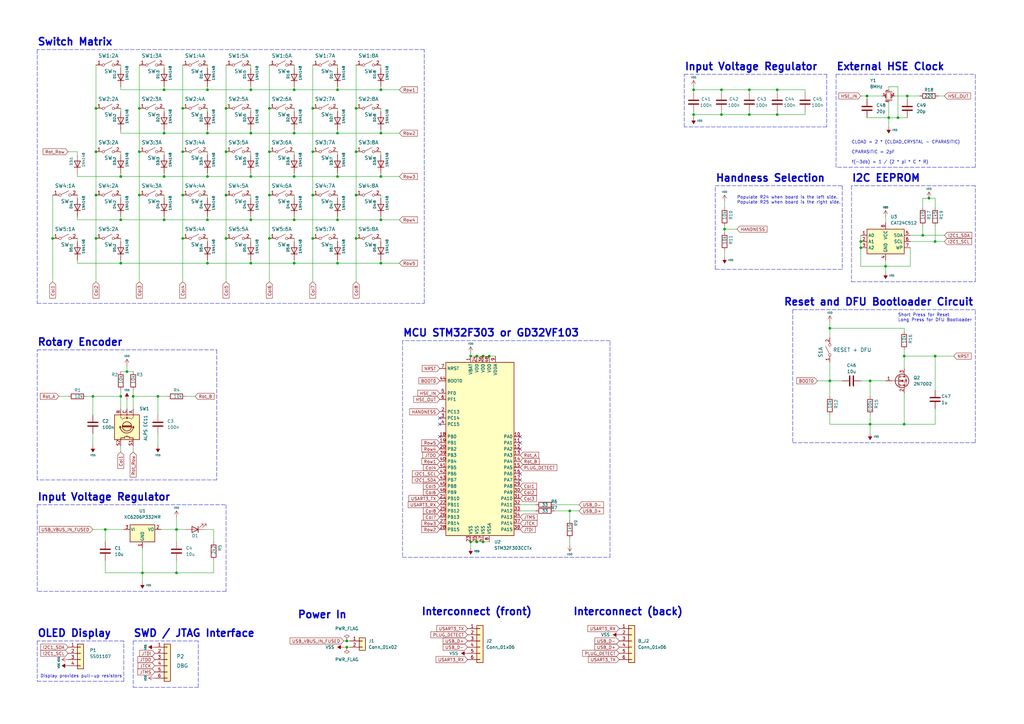
<source format=kicad_sch>
(kicad_sch (version 20211123) (generator eeschema)
  (paper "A3")
  (junction (at 39.37 44.45))
  (junction (at 363.22 109.22))
  (junction (at 92.71 80.01))
  (junction (at 64.77 162.56))
  (junction (at 198.12 222.25))
  (junction (at 49.53 90.17))
  (junction (at 39.37 62.23))
  (junction (at 353.06 101.6))
  (junction (at 67.31 90.17))
  (junction (at 198.12 146.05))
  (junction (at 67.31 54.61))
  (junction (at 318.77 36.83))
  (junction (at 39.37 97.79))
  (junction (at 49.53 162.56))
  (junction (at 340.36 134.62))
  (junction (at 120.65 36.83))
  (junction (at 49.53 107.95))
  (junction (at 74.93 44.45))
  (junction (at 156.21 72.39))
  (junction (at 102.87 54.61))
  (junction (at 156.21 36.83))
  (junction (at 195.58 222.25))
  (junction (at 110.49 80.01))
  (junction (at 128.27 44.45))
  (junction (at 92.71 44.45))
  (junction (at 120.65 90.17))
  (junction (at 72.39 234.95))
  (junction (at 38.1 162.56))
  (junction (at 110.49 62.23))
  (junction (at 195.58 146.05))
  (junction (at 318.77 46.99))
  (junction (at 355.6 39.37))
  (junction (at 193.04 146.05))
  (junction (at 74.93 80.01))
  (junction (at 120.65 72.39))
  (junction (at 102.87 36.83))
  (junction (at 146.05 44.45))
  (junction (at 85.09 90.17))
  (junction (at 102.87 107.95))
  (junction (at 85.09 72.39))
  (junction (at 67.31 36.83))
  (junction (at 138.43 72.39))
  (junction (at 54.61 162.56))
  (junction (at 92.71 97.79))
  (junction (at 21.59 97.79))
  (junction (at 146.05 62.23))
  (junction (at 356.87 156.21))
  (junction (at 383.54 99.06))
  (junction (at 146.05 97.79))
  (junction (at 85.09 107.95))
  (junction (at 74.93 62.23))
  (junction (at 368.3 48.26))
  (junction (at 74.93 97.79))
  (junction (at 142.24 262.89))
  (junction (at 49.53 72.39))
  (junction (at 110.49 44.45))
  (junction (at 128.27 80.01))
  (junction (at 370.84 173.99))
  (junction (at 138.43 54.61))
  (junction (at 378.46 96.52))
  (junction (at 138.43 36.83))
  (junction (at 142.24 265.43))
  (junction (at 370.84 146.05))
  (junction (at 156.21 54.61))
  (junction (at 67.31 72.39))
  (junction (at 233.68 209.55))
  (junction (at 52.07 152.4))
  (junction (at 120.65 107.95))
  (junction (at 146.05 80.01))
  (junction (at 381 81.28))
  (junction (at 307.34 36.83))
  (junction (at 372.11 39.37))
  (junction (at 72.39 217.17))
  (junction (at 85.09 54.61))
  (junction (at 383.54 146.05))
  (junction (at 57.15 44.45))
  (junction (at 39.37 80.01))
  (junction (at 92.71 62.23))
  (junction (at 102.87 90.17))
  (junction (at 57.15 62.23))
  (junction (at 85.09 36.83))
  (junction (at 284.48 36.83))
  (junction (at 156.21 107.95))
  (junction (at 138.43 90.17))
  (junction (at 102.87 72.39))
  (junction (at 110.49 97.79))
  (junction (at 43.18 217.17))
  (junction (at 156.21 90.17))
  (junction (at 200.66 146.05))
  (junction (at 138.43 107.95))
  (junction (at 284.48 46.99))
  (junction (at 353.06 99.06))
  (junction (at 193.04 222.25))
  (junction (at 128.27 97.79))
  (junction (at 340.36 156.21))
  (junction (at 364.49 48.26))
  (junction (at 297.18 93.98))
  (junction (at 57.15 80.01))
  (junction (at 120.65 54.61))
  (junction (at 295.91 46.99))
  (junction (at 356.87 173.99))
  (junction (at 58.42 234.95))
  (junction (at 307.34 46.99))
  (junction (at 295.91 36.83))
  (junction (at 128.27 62.23))
  (no_connect (at 213.36 179.07))
  (no_connect (at 213.36 196.85))
  (no_connect (at 213.36 181.61))
  (no_connect (at 213.36 194.31))
  (no_connect (at 180.34 171.45))
  (no_connect (at 180.34 173.99))
  (no_connect (at 180.34 179.07))
  (no_connect (at 213.36 184.15))
  (wire (pts (xy 318.77 45.72) (xy 318.77 46.99)))
  (wire (pts (xy 87.63 234.95) (xy 87.63 229.87)))
  (wire (pts (xy 74.93 26.67) (xy 74.93 44.45)))
  (wire (pts (xy 24.13 162.56) (xy 27.94 162.56)))
  (wire (pts (xy 58.42 224.79) (xy 58.42 234.95)))
  (wire (pts (xy 85.09 71.12) (xy 85.09 72.39)))
  (wire (pts (xy 67.31 26.67) (xy 67.31 27.94)))
  (wire (pts (xy 138.43 72.39) (xy 156.21 72.39)))
  (polyline (pts (xy 349.25 76.2) (xy 349.25 115.57)))
  (wire (pts (xy 340.36 173.99) (xy 356.87 173.99)))
  (wire (pts (xy 67.31 54.61) (xy 85.09 54.61)))
  (wire (pts (xy 195.58 146.05) (xy 198.12 146.05)))
  (wire (pts (xy 156.21 35.56) (xy 156.21 36.83)))
  (wire (pts (xy 340.36 156.21) (xy 340.36 162.56)))
  (wire (pts (xy 110.49 44.45) (xy 110.49 62.23)))
  (wire (pts (xy 49.53 97.79) (xy 49.53 99.06)))
  (wire (pts (xy 198.12 222.25) (xy 200.66 222.25)))
  (wire (pts (xy 383.54 167.64) (xy 383.54 173.99)))
  (wire (pts (xy 156.21 44.45) (xy 156.21 45.72)))
  (wire (pts (xy 142.24 265.43) (xy 143.51 265.43)))
  (wire (pts (xy 356.87 170.18) (xy 356.87 173.99)))
  (wire (pts (xy 364.49 48.26) (xy 364.49 52.07)))
  (wire (pts (xy 43.18 217.17) (xy 43.18 222.25)))
  (wire (pts (xy 85.09 97.79) (xy 85.09 99.06)))
  (polyline (pts (xy 400.05 68.58) (xy 342.9 68.58)))
  (wire (pts (xy 74.93 80.01) (xy 74.93 97.79)))
  (wire (pts (xy 102.87 72.39) (xy 120.65 72.39)))
  (wire (pts (xy 74.93 97.79) (xy 74.93 115.57)))
  (wire (pts (xy 102.87 88.9) (xy 102.87 90.17)))
  (wire (pts (xy 38.1 162.56) (xy 49.53 162.56)))
  (wire (pts (xy 138.43 62.23) (xy 138.43 63.5)))
  (wire (pts (xy 49.53 36.83) (xy 67.31 36.83)))
  (wire (pts (xy 49.53 90.17) (xy 67.31 90.17)))
  (wire (pts (xy 49.53 160.02) (xy 49.53 162.56)))
  (wire (pts (xy 128.27 26.67) (xy 128.27 44.45)))
  (wire (pts (xy 31.75 62.23) (xy 31.75 63.5)))
  (wire (pts (xy 31.75 90.17) (xy 49.53 90.17)))
  (wire (pts (xy 83.82 217.17) (xy 87.63 217.17)))
  (wire (pts (xy 364.49 41.91) (xy 364.49 48.26)))
  (wire (pts (xy 284.48 35.56) (xy 284.48 36.83)))
  (polyline (pts (xy 173.99 20.32) (xy 15.24 20.32)))
  (polyline (pts (xy 342.9 68.58) (xy 342.9 30.48)))
  (wire (pts (xy 364.49 35.56) (xy 368.3 35.56)))
  (wire (pts (xy 85.09 88.9) (xy 85.09 90.17)))
  (wire (pts (xy 102.87 35.56) (xy 102.87 36.83)))
  (wire (pts (xy 102.87 26.67) (xy 102.87 27.94)))
  (wire (pts (xy 128.27 62.23) (xy 128.27 80.01)))
  (wire (pts (xy 120.65 107.95) (xy 138.43 107.95)))
  (wire (pts (xy 67.31 71.12) (xy 67.31 72.39)))
  (wire (pts (xy 227.33 207.01) (xy 237.49 207.01)))
  (wire (pts (xy 49.53 182.88) (xy 49.53 185.42)))
  (wire (pts (xy 49.53 62.23) (xy 49.53 63.5)))
  (wire (pts (xy 353.06 96.52) (xy 353.06 99.06)))
  (polyline (pts (xy 92.71 242.57) (xy 15.24 242.57)))
  (wire (pts (xy 353.06 109.22) (xy 363.22 109.22)))
  (wire (pts (xy 372.11 39.37) (xy 377.19 39.37)))
  (wire (pts (xy 213.36 207.01) (xy 219.71 207.01)))
  (wire (pts (xy 368.3 35.56) (xy 368.3 48.26)))
  (wire (pts (xy 120.65 71.12) (xy 120.65 72.39)))
  (wire (pts (xy 156.21 106.68) (xy 156.21 107.95)))
  (wire (pts (xy 54.61 162.56) (xy 64.77 162.56)))
  (wire (pts (xy 140.97 265.43) (xy 142.24 265.43)))
  (polyline (pts (xy 250.19 139.7) (xy 165.1 139.7)))
  (polyline (pts (xy 88.9 196.85) (xy 15.24 196.85)))
  (wire (pts (xy 370.84 143.51) (xy 370.84 146.05)))
  (wire (pts (xy 383.54 146.05) (xy 383.54 160.02)))
  (wire (pts (xy 378.46 92.71) (xy 378.46 96.52)))
  (wire (pts (xy 21.59 115.57) (xy 21.59 97.79)))
  (wire (pts (xy 340.36 134.62) (xy 370.84 134.62)))
  (wire (pts (xy 57.15 80.01) (xy 57.15 115.57)))
  (wire (pts (xy 102.87 62.23) (xy 102.87 63.5)))
  (wire (pts (xy 383.54 99.06) (xy 387.35 99.06)))
  (wire (pts (xy 85.09 36.83) (xy 102.87 36.83)))
  (wire (pts (xy 120.65 36.83) (xy 138.43 36.83)))
  (polyline (pts (xy 280.67 52.07) (xy 280.67 30.48)))
  (wire (pts (xy 120.65 72.39) (xy 138.43 72.39)))
  (wire (pts (xy 85.09 90.17) (xy 102.87 90.17)))
  (wire (pts (xy 92.71 62.23) (xy 92.71 80.01)))
  (wire (pts (xy 383.54 173.99) (xy 370.84 173.99)))
  (wire (pts (xy 49.53 54.61) (xy 67.31 54.61)))
  (wire (pts (xy 38.1 162.56) (xy 38.1 170.18)))
  (polyline (pts (xy 15.24 207.01) (xy 92.71 207.01)))
  (wire (pts (xy 39.37 97.79) (xy 39.37 115.57)))
  (wire (pts (xy 67.31 62.23) (xy 67.31 63.5)))
  (polyline (pts (xy 15.24 262.89) (xy 15.24 279.4)))
  (wire (pts (xy 38.1 217.17) (xy 43.18 217.17)))
  (wire (pts (xy 39.37 44.45) (xy 39.37 62.23)))
  (wire (pts (xy 120.65 53.34) (xy 120.65 54.61)))
  (wire (pts (xy 156.21 88.9) (xy 156.21 90.17)))
  (wire (pts (xy 146.05 62.23) (xy 146.05 80.01)))
  (wire (pts (xy 378.46 96.52) (xy 387.35 96.52)))
  (wire (pts (xy 355.6 48.26) (xy 364.49 48.26)))
  (wire (pts (xy 49.53 107.95) (xy 85.09 107.95)))
  (wire (pts (xy 120.65 62.23) (xy 120.65 63.5)))
  (wire (pts (xy 193.04 146.05) (xy 195.58 146.05)))
  (wire (pts (xy 102.87 71.12) (xy 102.87 72.39)))
  (wire (pts (xy 54.61 162.56) (xy 54.61 167.64)))
  (polyline (pts (xy 349.25 115.57) (xy 400.05 115.57)))
  (wire (pts (xy 340.36 138.43) (xy 340.36 134.62)))
  (wire (pts (xy 39.37 62.23) (xy 39.37 80.01)))
  (wire (pts (xy 142.24 262.89) (xy 143.51 262.89)))
  (wire (pts (xy 370.84 146.05) (xy 370.84 151.13)))
  (wire (pts (xy 233.68 220.98) (xy 233.68 223.52)))
  (wire (pts (xy 57.15 62.23) (xy 57.15 80.01)))
  (wire (pts (xy 363.22 109.22) (xy 363.22 111.76)))
  (polyline (pts (xy 15.24 242.57) (xy 15.24 207.01)))
  (wire (pts (xy 156.21 80.01) (xy 156.21 81.28)))
  (wire (pts (xy 381 81.28) (xy 383.54 81.28)))
  (polyline (pts (xy 165.1 139.7) (xy 165.1 228.6)))
  (polyline (pts (xy 342.9 30.48) (xy 400.05 30.48)))
  (polyline (pts (xy 293.37 110.49) (xy 293.37 76.2)))
  (wire (pts (xy 49.53 162.56) (xy 49.53 167.64)))
  (polyline (pts (xy 54.61 281.94) (xy 81.28 281.94)))
  (polyline (pts (xy 325.12 127) (xy 325.12 181.61)))
  (wire (pts (xy 373.38 96.52) (xy 378.46 96.52)))
  (wire (pts (xy 85.09 107.95) (xy 102.87 107.95)))
  (wire (pts (xy 138.43 35.56) (xy 138.43 36.83)))
  (wire (pts (xy 307.34 45.72) (xy 307.34 46.99)))
  (wire (pts (xy 49.53 53.34) (xy 49.53 54.61)))
  (wire (pts (xy 120.65 54.61) (xy 138.43 54.61)))
  (wire (pts (xy 92.71 97.79) (xy 92.71 115.57)))
  (wire (pts (xy 146.05 80.01) (xy 146.05 97.79)))
  (wire (pts (xy 318.77 38.1) (xy 318.77 36.83)))
  (wire (pts (xy 58.42 234.95) (xy 58.42 238.76)))
  (polyline (pts (xy 400.05 76.2) (xy 349.25 76.2)))
  (wire (pts (xy 67.31 90.17) (xy 85.09 90.17)))
  (wire (pts (xy 87.63 217.17) (xy 87.63 222.25)))
  (wire (pts (xy 227.33 209.55) (xy 233.68 209.55)))
  (wire (pts (xy 85.09 72.39) (xy 102.87 72.39)))
  (wire (pts (xy 138.43 36.83) (xy 156.21 36.83)))
  (wire (pts (xy 156.21 90.17) (xy 163.83 90.17)))
  (wire (pts (xy 213.36 209.55) (xy 219.71 209.55)))
  (wire (pts (xy 92.71 44.45) (xy 92.71 62.23)))
  (wire (pts (xy 370.84 146.05) (xy 383.54 146.05)))
  (polyline (pts (xy 15.24 20.32) (xy 15.24 124.46)))
  (wire (pts (xy 67.31 80.01) (xy 67.31 81.28)))
  (wire (pts (xy 54.61 182.88) (xy 54.61 185.42)))
  (wire (pts (xy 102.87 53.34) (xy 102.87 54.61)))
  (wire (pts (xy 353.06 99.06) (xy 353.06 101.6)))
  (wire (pts (xy 120.65 88.9) (xy 120.65 90.17)))
  (wire (pts (xy 370.84 161.29) (xy 370.84 173.99)))
  (wire (pts (xy 49.53 35.56) (xy 49.53 36.83)))
  (wire (pts (xy 340.36 170.18) (xy 340.36 173.99)))
  (polyline (pts (xy 345.44 110.49) (xy 293.37 110.49)))
  (wire (pts (xy 85.09 54.61) (xy 102.87 54.61)))
  (wire (pts (xy 138.43 106.68) (xy 138.43 107.95)))
  (wire (pts (xy 128.27 80.01) (xy 128.27 97.79)))
  (wire (pts (xy 193.04 144.78) (xy 193.04 146.05)))
  (wire (pts (xy 200.66 146.05) (xy 203.2 146.05)))
  (wire (pts (xy 76.2 162.56) (xy 80.01 162.56)))
  (wire (pts (xy 356.87 162.56) (xy 356.87 156.21)))
  (wire (pts (xy 156.21 72.39) (xy 163.83 72.39)))
  (polyline (pts (xy 15.24 124.46) (xy 173.99 124.46)))
  (wire (pts (xy 57.15 44.45) (xy 57.15 62.23)))
  (wire (pts (xy 57.15 26.67) (xy 57.15 44.45)))
  (wire (pts (xy 85.09 62.23) (xy 85.09 63.5)))
  (wire (pts (xy 92.71 80.01) (xy 92.71 97.79)))
  (wire (pts (xy 383.54 81.28) (xy 383.54 85.09)))
  (wire (pts (xy 85.09 35.56) (xy 85.09 36.83)))
  (wire (pts (xy 340.36 132.08) (xy 340.36 134.62)))
  (wire (pts (xy 31.75 107.95) (xy 49.53 107.95)))
  (wire (pts (xy 74.93 62.23) (xy 74.93 80.01)))
  (wire (pts (xy 363.22 109.22) (xy 363.22 106.68)))
  (wire (pts (xy 156.21 107.95) (xy 163.83 107.95)))
  (wire (pts (xy 67.31 36.83) (xy 85.09 36.83)))
  (polyline (pts (xy 50.8 279.4) (xy 50.8 262.89)))
  (wire (pts (xy 102.87 36.83) (xy 120.65 36.83)))
  (wire (pts (xy 102.87 54.61) (xy 120.65 54.61)))
  (wire (pts (xy 120.65 106.68) (xy 120.65 107.95)))
  (wire (pts (xy 120.65 35.56) (xy 120.65 36.83)))
  (wire (pts (xy 370.84 173.99) (xy 356.87 173.99)))
  (wire (pts (xy 128.27 44.45) (xy 128.27 62.23)))
  (wire (pts (xy 138.43 97.79) (xy 138.43 99.06)))
  (wire (pts (xy 43.18 229.87) (xy 43.18 234.95)))
  (wire (pts (xy 67.31 35.56) (xy 67.31 36.83)))
  (wire (pts (xy 35.56 162.56) (xy 38.1 162.56)))
  (wire (pts (xy 72.39 217.17) (xy 76.2 217.17)))
  (wire (pts (xy 373.38 109.22) (xy 373.38 101.6)))
  (wire (pts (xy 156.21 97.79) (xy 156.21 99.06)))
  (wire (pts (xy 284.48 36.83) (xy 284.48 38.1)))
  (wire (pts (xy 52.07 152.4) (xy 54.61 152.4)))
  (wire (pts (xy 146.05 44.45) (xy 146.05 62.23)))
  (wire (pts (xy 49.53 44.45) (xy 49.53 45.72)))
  (wire (pts (xy 49.53 71.12) (xy 49.53 72.39)))
  (wire (pts (xy 284.48 46.99) (xy 284.48 48.26)))
  (wire (pts (xy 49.53 26.67) (xy 49.53 27.94)))
  (wire (pts (xy 102.87 107.95) (xy 120.65 107.95)))
  (wire (pts (xy 120.65 97.79) (xy 120.65 99.06)))
  (polyline (pts (xy 50.8 262.89) (xy 15.24 262.89)))
  (wire (pts (xy 307.34 38.1) (xy 307.34 36.83)))
  (wire (pts (xy 138.43 71.12) (xy 138.43 72.39)))
  (wire (pts (xy 31.75 97.79) (xy 31.75 99.06)))
  (polyline (pts (xy 339.09 30.48) (xy 339.09 52.07)))
  (wire (pts (xy 31.75 80.01) (xy 31.75 81.28)))
  (polyline (pts (xy 54.61 262.89) (xy 54.61 281.94)))
  (wire (pts (xy 102.87 97.79) (xy 102.87 99.06)))
  (polyline (pts (xy 345.44 76.2) (xy 345.44 110.49)))
  (wire (pts (xy 372.11 39.37) (xy 372.11 40.64)))
  (wire (pts (xy 233.68 209.55) (xy 233.68 213.36)))
  (polyline (pts (xy 400.05 127) (xy 325.12 127)))
  (wire (pts (xy 120.65 26.67) (xy 120.65 27.94)))
  (wire (pts (xy 353.06 101.6) (xy 353.06 109.22)))
  (wire (pts (xy 383.54 146.05) (xy 391.16 146.05)))
  (wire (pts (xy 72.39 234.95) (xy 87.63 234.95)))
  (wire (pts (xy 21.59 80.01) (xy 21.59 97.79)))
  (wire (pts (xy 85.09 80.01) (xy 85.09 81.28)))
  (wire (pts (xy 49.53 152.4) (xy 52.07 152.4)))
  (polyline (pts (xy 81.28 262.89) (xy 54.61 262.89)))
  (wire (pts (xy 138.43 90.17) (xy 156.21 90.17)))
  (polyline (pts (xy 400.05 115.57) (xy 400.05 76.2)))
  (wire (pts (xy 356.87 173.99) (xy 356.87 177.8)))
  (polyline (pts (xy 400.05 181.61) (xy 400.05 127)))
  (wire (pts (xy 67.31 72.39) (xy 85.09 72.39)))
  (wire (pts (xy 85.09 26.67) (xy 85.09 27.94)))
  (wire (pts (xy 67.31 53.34) (xy 67.31 54.61)))
  (wire (pts (xy 156.21 36.83) (xy 163.83 36.83)))
  (wire (pts (xy 64.77 177.8) (xy 64.77 182.88)))
  (polyline (pts (xy 173.99 124.46) (xy 173.99 20.32)))
  (wire (pts (xy 72.39 229.87) (xy 72.39 234.95)))
  (wire (pts (xy 378.46 81.28) (xy 381 81.28)))
  (polyline (pts (xy 325.12 181.61) (xy 400.05 181.61)))
  (wire (pts (xy 367.03 39.37) (xy 372.11 39.37)))
  (wire (pts (xy 49.53 88.9) (xy 49.53 90.17)))
  (wire (pts (xy 110.49 97.79) (xy 110.49 115.57)))
  (wire (pts (xy 102.87 44.45) (xy 102.87 45.72)))
  (wire (pts (xy 318.77 36.83) (xy 307.34 36.83)))
  (wire (pts (xy 383.54 92.71) (xy 383.54 99.06)))
  (wire (pts (xy 353.06 156.21) (xy 356.87 156.21)))
  (wire (pts (xy 49.53 80.01) (xy 49.53 81.28)))
  (wire (pts (xy 49.53 106.68) (xy 49.53 107.95)))
  (wire (pts (xy 31.75 106.68) (xy 31.75 107.95)))
  (wire (pts (xy 38.1 177.8) (xy 38.1 182.88)))
  (wire (pts (xy 128.27 97.79) (xy 128.27 115.57)))
  (wire (pts (xy 295.91 38.1) (xy 295.91 36.83)))
  (wire (pts (xy 140.97 262.89) (xy 142.24 262.89)))
  (wire (pts (xy 102.87 80.01) (xy 102.87 81.28)))
  (wire (pts (xy 120.65 90.17) (xy 138.43 90.17)))
  (wire (pts (xy 233.68 209.55) (xy 237.49 209.55)))
  (wire (pts (xy 64.77 162.56) (xy 64.77 170.18)))
  (wire (pts (xy 110.49 62.23) (xy 110.49 80.01)))
  (wire (pts (xy 156.21 71.12) (xy 156.21 72.39)))
  (wire (pts (xy 64.77 162.56) (xy 68.58 162.56)))
  (wire (pts (xy 364.49 36.83) (xy 364.49 35.56)))
  (wire (pts (xy 330.2 46.99) (xy 318.77 46.99)))
  (wire (pts (xy 363.22 88.9) (xy 363.22 91.44)))
  (wire (pts (xy 297.18 92.71) (xy 297.18 93.98)))
  (wire (pts (xy 39.37 26.67) (xy 39.37 44.45)))
  (wire (pts (xy 384.81 39.37) (xy 387.35 39.37)))
  (wire (pts (xy 138.43 88.9) (xy 138.43 90.17)))
  (wire (pts (xy 193.04 222.25) (xy 193.04 224.79)))
  (wire (pts (xy 85.09 106.68) (xy 85.09 107.95)))
  (wire (pts (xy 156.21 54.61) (xy 163.83 54.61)))
  (wire (pts (xy 49.53 72.39) (xy 67.31 72.39)))
  (wire (pts (xy 85.09 44.45) (xy 85.09 45.72)))
  (wire (pts (xy 378.46 85.09) (xy 378.46 81.28)))
  (wire (pts (xy 198.12 146.05) (xy 200.66 146.05)))
  (wire (pts (xy 67.31 88.9) (xy 67.31 90.17)))
  (wire (pts (xy 368.3 48.26) (xy 372.11 48.26)))
  (wire (pts (xy 43.18 234.95) (xy 58.42 234.95)))
  (wire (pts (xy 146.05 26.67) (xy 146.05 44.45)))
  (wire (pts (xy 295.91 36.83) (xy 284.48 36.83)))
  (polyline (pts (xy 250.19 228.6) (xy 250.19 139.7)))
  (polyline (pts (xy 88.9 143.51) (xy 88.9 196.85)))
  (wire (pts (xy 295.91 45.72) (xy 295.91 46.99)))
  (wire (pts (xy 356.87 156.21) (xy 363.22 156.21)))
  (polyline (pts (xy 165.1 228.6) (xy 250.19 228.6)))
  (wire (pts (xy 138.43 54.61) (xy 156.21 54.61)))
  (polyline (pts (xy 15.24 196.85) (xy 15.24 143.51)))
  (wire (pts (xy 355.6 39.37) (xy 361.95 39.37)))
  (wire (pts (xy 295.91 46.99) (xy 284.48 46.99)))
  (wire (pts (xy 330.2 38.1) (xy 330.2 36.83)))
  (wire (pts (xy 138.43 53.34) (xy 138.43 54.61)))
  (wire (pts (xy 340.36 156.21) (xy 345.44 156.21)))
  (wire (pts (xy 66.04 217.17) (xy 72.39 217.17)))
  (wire (pts (xy 156.21 62.23) (xy 156.21 63.5)))
  (wire (pts (xy 297.18 82.55) (xy 297.18 85.09)))
  (polyline (pts (xy 92.71 207.01) (xy 92.71 242.57)))
  (wire (pts (xy 156.21 26.67) (xy 156.21 27.94)))
  (polyline (pts (xy 293.37 76.2) (xy 345.44 76.2)))
  (wire (pts (xy 72.39 212.09) (xy 72.39 217.17)))
  (wire (pts (xy 307.34 46.99) (xy 295.91 46.99)))
  (polyline (pts (xy 15.24 143.51) (xy 88.9 143.51)))
  (wire (pts (xy 85.09 53.34) (xy 85.09 54.61)))
  (wire (pts (xy 102.87 106.68) (xy 102.87 107.95)))
  (wire (pts (xy 370.84 134.62) (xy 370.84 135.89)))
  (wire (pts (xy 373.38 99.06) (xy 383.54 99.06)))
  (wire (pts (xy 138.43 44.45) (xy 138.43 45.72)))
  (wire (pts (xy 31.75 71.12) (xy 31.75 72.39)))
  (wire (pts (xy 39.37 80.01) (xy 39.37 97.79)))
  (wire (pts (xy 102.87 90.17) (xy 120.65 90.17)))
  (wire (pts (xy 318.77 46.99) (xy 307.34 46.99)))
  (wire (pts (xy 31.75 88.9) (xy 31.75 90.17)))
  (wire (pts (xy 72.39 217.17) (xy 72.39 222.25)))
  (wire (pts (xy 120.65 44.45) (xy 120.65 45.72)))
  (wire (pts (xy 297.18 102.87) (xy 297.18 105.41)))
  (wire (pts (xy 110.49 26.67) (xy 110.49 44.45)))
  (wire (pts (xy 363.22 109.22) (xy 373.38 109.22)))
  (wire (pts (xy 110.49 80.01) (xy 110.49 97.79)))
  (wire (pts (xy 330.2 45.72) (xy 330.2 46.99)))
  (wire (pts (xy 52.07 149.86) (xy 52.07 152.4)))
  (wire (pts (xy 138.43 26.67) (xy 138.43 27.94)))
  (wire (pts (xy 58.42 234.95) (xy 72.39 234.95)))
  (wire (pts (xy 67.31 44.45) (xy 67.31 45.72)))
  (wire (pts (xy 193.04 222.25) (xy 195.58 222.25)))
  (wire (pts (xy 330.2 36.83) (xy 318.77 36.83)))
  (wire (pts (xy 146.05 97.79) (xy 146.05 115.57)))
  (wire (pts (xy 297.18 93.98) (xy 302.26 93.98)))
  (wire (pts (xy 353.06 39.37) (xy 355.6 39.37)))
  (polyline (pts (xy 81.28 281.94) (xy 81.28 262.89)))
  (wire (pts (xy 307.34 36.83) (xy 295.91 36.83)))
  (wire (pts (xy 335.28 156.21) (xy 340.36 156.21)))
  (polyline (pts (xy 15.24 279.4) (xy 50.8 279.4)))
  (wire (pts (xy 92.71 26.67) (xy 92.71 44.45)))
  (wire (pts (xy 138.43 80.01) (xy 138.43 81.28)))
  (wire (pts (xy 156.21 53.34) (xy 156.21 54.61)))
  (wire (pts (xy 195.58 222.25) (xy 198.12 222.25)))
  (wire (pts (xy 284.48 45.72) (xy 284.48 46.99)))
  (wire (pts (xy 52.07 163.83) (xy 52.07 167.64)))
  (polyline (pts (xy 339.09 52.07) (xy 280.67 52.07)))
  (wire (pts (xy 297.18 93.98) (xy 297.18 95.25)))
  (wire (pts (xy 31.75 72.39) (xy 49.53 72.39)))
  (polyline (pts (xy 400.05 30.48) (xy 400.05 68.58)))
  (polyline (pts (xy 280.67 30.48) (xy 339.09 30.48)))
  (wire (pts (xy 43.18 217.17) (xy 50.8 217.17)))
  (wire (pts (xy 27.94 62.23) (xy 31.75 62.23)))
  (wire (pts (xy 138.43 107.95) (xy 156.21 107.95)))
  (wire (pts (xy 364.49 48.26) (xy 368.3 48.26)))
  (wire (pts (xy 340.36 148.59) (xy 340.36 156.21)))
  (wire (pts (xy 120.65 80.01) (xy 120.65 81.28)))
  (wire (pts (xy 355.6 39.37) (xy 355.6 40.64)))
  (wire (pts (xy 74.93 44.45) (xy 74.93 62.23)))
  (wire (pts (xy 54.61 160.02) (xy 54.61 162.56)))
  (text "Display provides pull-up resistors" (at 16.51 278.13 0) (effects (font (size 1.27 1.27)) (justify left bottom)))
  (text "Short Press for Reset\nLong Press for DFU Bootloader" (at 368.3 132.08 0) (effects (font (size 1.27 1.27)) (justify left bottom)))
  (text "External HSE Clock" (at 342.9 29.21 0) (effects (font (size 3 3) (thickness 0.6) bold) (justify left bottom)))
  (text "Power In" (at 121.92 254 0) (effects (font (size 3 3) (thickness 0.6) bold) (justify left bottom)))
  (text "Input Voltage Regulator" (at 15.24 205.74 0) (effects (font (size 3 3) (thickness 0.6) bold) (justify left bottom)))
  (text "Interconnect (back)" (at 234.95 252.73 0) (effects (font (size 3 3) (thickness 0.6) bold) (justify left bottom)))
  (text "Switch Matrix" (at 15.24 19.05 0) (effects (font (size 3 3) (thickness 0.6) bold) (justify left bottom)))
  (text "Reset and DFU Bootloader Circuit" (at 321.31 125.73 0) (effects (font (size 3 3) (thickness 0.6) bold) (justify left bottom)))
  (text "CLOAD = 2 * (CLOAD_CRYSTAL - CPARASITIC)\n\nCPARASITIC = 2pF\n\nf(-3db) = 1 / (2 * pi * C * R)" (at 349.25 67.31 0) (effects (font (size 1.27 1.27)) (justify left bottom)))
  (text "Populate R24 when board is the left side.\nPopulate R25 when board is the right side." (at 302.26 83.82 0) (effects (font (size 1.27 1.27)) (justify left bottom)))
  (text "Handness Selection" (at 293.37 74.93 0) (effects (font (size 3 3) (thickness 0.6) bold) (justify left bottom)))
  (text "OLED Display" (at 15.24 261.62 0) (effects (font (size 3 3) (thickness 0.6) bold) (justify left bottom)))
  (text "Interconnect (front)" (at 172.72 252.73 0) (effects (font (size 3 3) (thickness 0.6) bold) (justify left bottom)))
  (text "MCU STM32F303 or GD32VF103" (at 165.1 138.43 0) (effects (font (size 3 3) (thickness 0.6) bold) (justify left bottom)))
  (text "I2C EEPROM" (at 349.25 74.93 0) (effects (font (size 3 3) (thickness 0.6) bold) (justify left bottom)))
  (text "Rotary Encoder" (at 15.24 142.24 0) (effects (font (size 3 3) (thickness 0.6) bold) (justify left bottom)))
  (text "Input Voltage Regulator" (at 280.67 29.21 0) (effects (font (size 3 3) (thickness 0.6) bold) (justify left bottom)))
  (text "SWD / JTAG Interface" (at 54.61 261.62 0) (effects (font (size 3 3) (thickness 0.6) bold) (justify left bottom)))
  (global_label "Row5" (shape input) (at 180.34 181.61 180) (property "Intersheet References" "${INTERSHEET_REFS}" (effects hide)))
  (global_label "JTDO" (shape input) (at 63.5 270.51 180) (property "Intersheet References" "${INTERSHEET_REFS}" (effects hide)))
  (global_label "USB_D+" (shape input) (at 237.49 209.55 0) (property "Intersheet References" "${INTERSHEET_REFS}" (effects hide)))
  (global_label "HSE_OUT" (shape input) (at 180.34 163.83 180) (property "Intersheet References" "${INTERSHEET_REFS}" (effects hide)))
  (global_label "USART3_RX" (shape input) (at 254 257.81 180) (property "Intersheet References" "${INTERSHEET_REFS}" (effects hide)))
  (global_label "NRST" (shape input) (at 391.16 146.05 0) (property "Intersheet References" "${INTERSHEET_REFS}" (effects hide)))
  (global_label "BOOT0" (shape input) (at 335.28 156.21 180) (property "Intersheet References" "${INTERSHEET_REFS}" (effects hide)))
  (global_label "Col6" (shape input) (at 110.49 115.57 270) (property "Intersheet References" "${INTERSHEET_REFS}" (effects hide)))
  (global_label "Col8" (shape input) (at 146.05 115.57 270) (property "Intersheet References" "${INTERSHEET_REFS}" (effects hide)))
  (global_label "USART3_TX" (shape input) (at 254 270.51 180) (property "Intersheet References" "${INTERSHEET_REFS}" (effects hide)))
  (global_label "Row4" (shape input) (at 163.83 90.17 0) (property "Intersheet References" "${INTERSHEET_REFS}" (effects hide)))
  (global_label "USB_D-" (shape input) (at 237.49 207.01 0) (property "Intersheet References" "${INTERSHEET_REFS}" (effects hide)))
  (global_label "USART3_RX" (shape input) (at 180.34 207.01 180) (property "Intersheet References" "${INTERSHEET_REFS}" (effects hide)))
  (global_label "JTMS" (shape input) (at 63.5 275.59 180) (property "Intersheet References" "${INTERSHEET_REFS}" (effects hide)))
  (global_label "Col1" (shape input) (at 49.53 185.42 270) (property "Intersheet References" "${INTERSHEET_REFS}" (effects hide)))
  (global_label "Row2" (shape input) (at 180.34 217.17 180) (property "Intersheet References" "${INTERSHEET_REFS}" (effects hide)))
  (global_label "Col1" (shape input) (at 21.59 115.57 270) (property "Intersheet References" "${INTERSHEET_REFS}" (effects hide)))
  (global_label "Row1" (shape input) (at 163.83 36.83 0) (property "Intersheet References" "${INTERSHEET_REFS}" (effects hide)))
  (global_label "HANDNESS" (shape input) (at 180.34 168.91 180) (property "Intersheet References" "${INTERSHEET_REFS}" (effects hide)))
  (global_label "HSE_OUT" (shape input) (at 387.35 39.37 0) (property "Intersheet References" "${INTERSHEET_REFS}" (effects hide)))
  (global_label "Row1" (shape input) (at 180.34 189.23 180) (property "Intersheet References" "${INTERSHEET_REFS}" (effects hide)))
  (global_label "Rot_A" (shape input) (at 24.13 162.56 180) (property "Intersheet References" "${INTERSHEET_REFS}" (effects hide)))
  (global_label "Rot_A" (shape input) (at 213.36 186.69 0) (property "Intersheet References" "${INTERSHEET_REFS}" (effects hide)))
  (global_label "Rot_Row" (shape input) (at 54.61 185.42 270) (property "Intersheet References" "${INTERSHEET_REFS}" (effects hide)))
  (global_label "USB_D+" (shape input) (at 254 265.43 180) (property "Intersheet References" "${INTERSHEET_REFS}" (effects hide)))
  (global_label "Col7" (shape input) (at 128.27 115.57 270) (property "Intersheet References" "${INTERSHEET_REFS}" (effects hide)))
  (global_label "Col8" (shape input) (at 180.34 209.55 180) (property "Intersheet References" "${INTERSHEET_REFS}" (effects hide)))
  (global_label "USB_D-" (shape input) (at 254 262.89 180) (property "Intersheet References" "${INTERSHEET_REFS}" (effects hide)))
  (global_label "JTDO" (shape input) (at 180.34 186.69 180) (property "Intersheet References" "${INTERSHEET_REFS}" (effects hide)))
  (global_label "Col4" (shape input) (at 180.34 191.77 180) (property "Intersheet References" "${INTERSHEET_REFS}" (effects hide)))
  (global_label "USART3_TX" (shape input) (at 191.77 257.81 180) (property "Intersheet References" "${INTERSHEET_REFS}" (effects hide)))
  (global_label "Rot_B" (shape input) (at 80.01 162.56 0) (property "Intersheet References" "${INTERSHEET_REFS}" (effects hide)))
  (global_label "USB_D-" (shape input) (at 191.77 265.43 180) (property "Intersheet References" "${INTERSHEET_REFS}" (effects hide)))
  (global_label "Rot_Row" (shape input) (at 27.94 62.23 180) (property "Intersheet References" "${INTERSHEET_REFS}" (effects hide)))
  (global_label "PLUG_DETECT" (shape input) (at 213.36 191.77 0) (property "Intersheet References" "${INTERSHEET_REFS}" (effects hide)))
  (global_label "I2C1_SDA" (shape input) (at 387.35 96.52 0) (property "Intersheet References" "${INTERSHEET_REFS}" (effects hide)))
  (global_label "PLUG_DETECT" (shape input) (at 191.77 260.35 180) (property "Intersheet References" "${INTERSHEET_REFS}" (effects hide)))
  (global_label "JTDI" (shape input) (at 63.5 267.97 180) (property "Intersheet References" "${INTERSHEET_REFS}" (effects hide)))
  (global_label "JTDI" (shape input) (at 213.36 217.17 0) (property "Intersheet References" "${INTERSHEET_REFS}" (effects hide)))
  (global_label "Row4" (shape input) (at 180.34 184.15 180) (property "Intersheet References" "${INTERSHEET_REFS}" (effects hide)))
  (global_label "Col6" (shape input) (at 180.34 201.93 180) (property "Intersheet References" "${INTERSHEET_REFS}" (effects hide)))
  (global_label "USART3_RX" (shape input) (at 191.77 270.51 180) (property "Intersheet References" "${INTERSHEET_REFS}" (effects hide)))
  (global_label "Col1" (shape input) (at 213.36 199.39 0) (property "Intersheet References" "${INTERSHEET_REFS}" (effects hide)))
  (global_label "Col4" (shape input) (at 74.93 115.57 270) (property "Intersheet References" "${INTERSHEET_REFS}" (effects hide)))
  (global_label "Col3" (shape input) (at 213.36 204.47 0) (property "Intersheet References" "${INTERSHEET_REFS}" (effects hide)))
  (global_label "USB_VBUS_IN_FUSED" (shape input) (at 140.97 262.89 180) (property "Intersheet References" "${INTERSHEET_REFS}" (effects hide)))
  (global_label "BOOT0" (shape input) (at 180.34 156.21 180) (property "Intersheet References" "${INTERSHEET_REFS}" (effects hide)))
  (global_label "Col5" (shape input) (at 92.71 115.57 270) (property "Intersheet References" "${INTERSHEET_REFS}" (effects hide)))
  (global_label "I2C1_SDA" (shape input) (at 27.94 265.43 180) (property "Intersheet References" "${INTERSHEET_REFS}" (effects hide)))
  (global_label "Col3" (shape input) (at 57.15 115.57 270) (property "Intersheet References" "${INTERSHEET_REFS}" (effects hide)))
  (global_label "Row5" (shape input) (at 163.83 107.95 0) (property "Intersheet References" "${INTERSHEET_REFS}" (effects hide)))
  (global_label "Row3" (shape input) (at 180.34 214.63 180) (property "Intersheet References" "${INTERSHEET_REFS}" (effects hide)))
  (global_label "USART3_TX" (shape input) (at 180.34 204.47 180) (property "Intersheet References" "${INTERSHEET_REFS}" (effects hide)))
  (global_label "Col2" (shape input) (at 213.36 201.93 0) (property "Intersheet References" "${INTERSHEET_REFS}" (effects hide)))
  (global_label "I2C1_SCL" (shape input) (at 180.34 194.31 180) (property "Intersheet References" "${INTERSHEET_REFS}" (effects hide)))
  (global_label "HSE_IN" (shape input) (at 353.06 39.37 180) (property "Intersheet References" "${INTERSHEET_REFS}" (effects hide)))
  (global_label "Row3" (shape input) (at 163.83 72.39 0) (property "Intersheet References" "${INTERSHEET_REFS}" (effects hide)))
  (global_label "I2C1_SCL" (shape input) (at 27.94 267.97 180) (property "Intersheet References" "${INTERSHEET_REFS}" (effects hide)))
  (global_label "JTMS" (shape input) (at 213.36 212.09 0) (property "Intersheet References" "${INTERSHEET_REFS}" (effects hide)))
  (global_label "JTCK" (shape input) (at 213.36 214.63 0) (property "Intersheet References" "${INTERSHEET_REFS}" (effects hide)))
  (global_label "I2C1_SCL" (shape input) (at 387.35 99.06 0) (property "Intersheet References" "${INTERSHEET_REFS}" (effects hide)))
  (global_label "JTCK" (shape input) (at 63.5 273.05 180) (property "Intersheet References" "${INTERSHEET_REFS}" (effects hide)))
  (global_label "I2C1_SDA" (shape input) (at 180.34 196.85 180) (property "Intersheet References" "${INTERSHEET_REFS}" (effects hide)))
  (global_label "Rot_B" (shape input) (at 213.36 189.23 0) (property "Intersheet References" "${INTERSHEET_REFS}" (effects hide)))
  (global_label "Row2" (shape input) (at 163.83 54.61 0) (property "Intersheet References" "${INTERSHEET_REFS}" (effects hide)))
  (global_label "Col2" (shape input) (at 39.37 115.57 270) (property "Intersheet References" "${INTERSHEET_REFS}" (effects hide)))
  (global_label "USB_VBUS_IN_FUSED" (shape input) (at 38.1 217.17 180) (property "Intersheet References" "${INTERSHEET_REFS}" (effects hide)))
  (global_label "Col7" (shape input) (at 180.34 212.09 180) (property "Intersheet References" "${INTERSHEET_REFS}" (effects hide)))
  (global_label "NRST" (shape input) (at 180.34 151.13 180) (property "Intersheet References" "${INTERSHEET_REFS}" (effects hide)))
  (global_label "USB_D+" (shape input) (at 191.77 262.89 180) (property "Intersheet References" "${INTERSHEET_REFS}" (effects hide)))
  (global_label "HSE_IN" (shape input) (at 180.34 161.29 180) (property "Intersheet References" "${INTERSHEET_REFS}" (effects hide)))
  (global_label "HANDNESS" (shape input) (at 302.26 93.98 0) (property "Intersheet References" "${INTERSHEET_REFS}" (effects hide)))
  (global_label "Col5" (shape input) (at 180.34 199.39 180) (property "Intersheet References" "${INTERSHEET_REFS}" (effects hide)))
  (global_label "PLUG_DETECT" (shape input) (at 254 267.97 180) (property "Intersheet References" "${INTERSHEET_REFS}" (effects hide)))
  (symbol (lib_id "power:VDD") (at 72.39 212.09 0) (unit 1)
    (property "Reference" "#PWR09" (effects hide))
    (property "Value" "VDD" (at 72.39 208.28 0) (effects (font (size 0.762 0.762))))
  )
  (symbol (lib_id "power:VSS") (at 297.18 105.41 180) (unit 1)
    (property "Reference" "#PWR022" (effects hide))
    (property "Value" "VSS" (at 299.72 106.68 0) (effects (font (size 0.762 0.762))))
  )
  (symbol (lib_id "Switch:SW_DPST_x2") (at 97.79 44.45 0) (unit 1)
    (property "Reference" "SW2:5" (at 97.79 40.64 0) (effects (font (size 1.524 1.524))))
    (property "Value" "SW" (at 97.79 46.99 0) (effects (font (size 1.524 1.524))))
    (property "Footprint" "kbdlib:SW_Hybrid_ALPS_MX_Socket" (effects hide))
  )
  (symbol (lib_id "Switch:SW_DPST_x2") (at 151.13 26.67 0) (unit 1)
    (property "Reference" "SW1:8" (at 151.13 22.86 0) (effects (font (size 1.524 1.524))))
    (property "Value" "SW" (at 151.13 29.21 0) (effects (font (size 1.524 1.524))))
    (property "Footprint" "kbdlib:SW_Hybrid_ALPS_MX_Socket" (effects hide))
  )
  (symbol (lib_id "Switch:SW_DPST_x2") (at 151.13 62.23 0) (unit 1)
    (property "Reference" "SW3:8" (at 151.13 58.42 0) (effects (font (size 1.524 1.524))))
    (property "Value" "SW" (at 151.13 64.77 0) (effects (font (size 1.524 1.524))))
    (property "Footprint" "kbdlib:SW_Hybrid_ALPS_MX_Socket" (effects hide))
  )
  (symbol (lib_id "Switch:SW_DPST_x2") (at 80.01 80.01 0) (unit 1)
    (property "Reference" "SW4:4" (at 80.01 76.2 0) (effects (font (size 1.524 1.524))))
    (property "Value" "SW" (at 80.01 82.55 0) (effects (font (size 1.524 1.524))))
    (property "Footprint" "kbdlib:SW_Hybrid_ALPS_MX_Socket" (effects hide))
  )
  (symbol (lib_id "Switch:SW_DPST_x2") (at 97.79 26.67 0) (unit 1)
    (property "Reference" "SW1:5" (at 97.79 22.86 0) (effects (font (size 1.524 1.524))))
    (property "Value" "SW" (at 97.79 29.21 0) (effects (font (size 1.524 1.524))))
    (property "Footprint" "kbdlib:SW_Hybrid_ALPS_MX_Socket" (effects hide))
  )
  (symbol (lib_id "Device:C") (at 372.11 44.45 0) (unit 1)
    (property "Reference" "C49" (at 375.92 43.1799 0) (effects (justify left)))
    (property "Value" "20p" (at 375.92 45.7199 0) (effects (justify left)))
    (property "Footprint" "Capacitor_SMD:C_0603_1608Metric" (effects hide))
    (property "LCSC PN" "C1648" (effects hide))
  )
  (symbol (lib_id "Device:R") (at 356.87 166.37 0) (unit 1)
    (property "Reference" "R15" (at 359.41 167.64 90) (effects (justify left)))
    (property "Value" "100k" (at 356.87 168.91 90) (effects (justify left)))
    (property "Footprint" "Resistor_SMD:R_0603_1608Metric" (effects hide))
    (property "LCSC PN" "C25803" (effects hide))
  )
  (symbol (lib_id "power:VSS") (at 284.48 48.26 180) (unit 1)
    (property "Reference" "#PWR020" (effects hide))
    (property "Value" "VSS" (at 287.02 49.53 0) (effects (font (size 0.762 0.762))))
  )
  (symbol (lib_id "Device:C") (at 307.34 41.91 180) (unit 1)
    (property "Reference" "C43" (at 312.42 40.64 0))
    (property "Value" "100n" (at 312.42 43.18 0))
    (property "Footprint" "Capacitor_SMD:C_0603_1608Metric" (effects hide))
    (property "LCSC PN" "C14663" (effects hide))
  )
  (symbol (lib_id "Device:R") (at 297.18 99.06 0) (unit 1)
    (property "Reference" "R11" (at 299.72 100.33 90) (effects (justify left)))
    (property "Value" "10k" (at 297.18 100.33 90) (effects (justify left)))
    (property "Footprint" "Resistor_SMD:R_0603_1608Metric" (effects hide))
    (property "LCSC PN" "C25804" (effects hide))
  )
  (symbol (lib_id "Switch:SW_DPST_x2") (at 26.67 97.79 0) (unit 1)
    (property "Reference" "SW5:1" (at 26.67 93.98 0) (effects (font (size 1.524 1.524))))
    (property "Value" "SW" (at 26.67 100.33 0) (effects (font (size 1.524 1.524))))
    (property "Footprint" "kbdlib:SW_Hybrid_ALPS_MX_Socket" (effects hide))
  )
  (symbol (lib_id "Diode:1N4148") (at 138.43 49.53 90) (unit 1)
    (property "Reference" "D2:7" (at 135.89 50.1269 0) (effects (font (size 1.016 1.016)) (justify left)))
    (property "Value" "1N4148" (at 140.97 50.8 0) (effects (font (size 1.016 1.016)) (justify left)))
    (property "Footprint" "kbdlib:D_SOD-123_Agnostic" (effects hide))
    (property "Datasheet" "https://assets.nexperia.com/documents/data-sheet/1N4148_1N4448.pdf" (effects hide))
    (property "LCSC PN" "C81598" (effects hide))
  )
  (symbol (lib_id "power:VSS") (at 363.22 111.76 180) (unit 1)
    (property "Reference" "#PWR027" (effects hide))
    (property "Value" "VSS" (at 365.76 113.03 0) (effects (font (size 0.762 0.762))))
  )
  (symbol (lib_id "Diode:1N4148") (at 138.43 102.87 90) (unit 1)
    (property "Reference" "D5:7" (at 135.89 103.4669 0) (effects (font (size 1.016 1.016)) (justify left)))
    (property "Value" "1N4148" (at 140.97 104.14 0) (effects (font (size 1.016 1.016)) (justify left)))
    (property "Footprint" "kbdlib:D_SOD-123_Agnostic" (effects hide))
    (property "Datasheet" "https://assets.nexperia.com/documents/data-sheet/1N4148_1N4448.pdf" (effects hide))
    (property "LCSC PN" "C81598" (effects hide))
  )
  (symbol (lib_id "Switch:SW_DPST_x2") (at 80.01 97.79 0) (unit 1)
    (property "Reference" "SW5:4" (at 80.01 93.98 0) (effects (font (size 1.524 1.524))))
    (property "Value" "SW" (at 80.01 100.33 0) (effects (font (size 1.524 1.524))))
    (property "Footprint" "kbdlib:SW_Hybrid_ALPS_MX_Socket" (effects hide))
  )
  (symbol (lib_id "Switch:SW_DPST_x2") (at 340.36 143.51 90) (unit 1)
    (property "Reference" "S1" (at 336.55 142.24 0) (effects (font (size 1.524 1.524)) (justify right)))
    (property "Value" "RESET + DFU" (at 341.63 143.51 90) (effects (font (size 1.524 1.524)) (justify right)))
    (property "Footprint" "kbdlib:SW_SPST_SKQG_WithStem_Flippable" (effects hide))
    (property "Datasheet" "https://tech.alpsalpine.com/cms.media/product_spec_skqgade010_en_1e01a86099.pdf" (effects hide))
    (property "LCSC PN" "C116647" (effects hide))
  )
  (symbol (lib_id "power:VDD") (at 63.5 278.13 90) (mirror x) (unit 1)
    (property "Reference" "#PWR07" (effects hide))
    (property "Value" "VDD" (at 59.69 278.13 0) (effects (font (size 0.762 0.762))))
  )
  (symbol (lib_id "power:VSS") (at 38.1 182.88 180) (unit 1)
    (property "Reference" "#PWR03" (effects hide))
    (property "Value" "VSS" (at 38.1 186.69 0) (effects (font (size 0.762 0.762))))
  )
  (symbol (lib_id "Connector_Generic:Conn_01x06") (at 68.58 270.51 0) (unit 1)
    (property "Reference" "P2" (at 72.39 269.2399 0) (effects (font (size 1.4986 1.4986)) (justify left)))
    (property "Value" "DBG" (at 72.39 273.0499 0) (effects (font (size 1.4986 1.4986)) (justify left)))
    (property "Footprint" "Connector_PinHeader_2.54mm:PinHeader_2x03_P2.54mm_Vertical" (effects hide))
    (property "Datasheet" "https://datasheet.lcsc.com/lcsc/2207291800_ZHOURI-2-54-2-3_C5116479.pdf" (effects hide))
    (property "LCSC PN" "C5116479" (effects hide))
  )
  (symbol (lib_id "power:VSS") (at 58.42 238.76 180) (unit 1)
    (property "Reference" "#PWR05" (effects hide))
    (property "Value" "VSS" (at 60.96 240.03 0) (effects (font (size 0.762 0.762))))
  )
  (symbol (lib_id "MCU_ST_STM32F3:STM32F303CCTx") (at 198.12 184.15 0) (unit 1)
    (property "Reference" "U2" (at 202.6794 222.25 0) (effects (justify left)))
    (property "Value" "STM32F303CCTx" (at 202.6794 224.79 0) (effects (justify left)))
    (property "Footprint" "Package_QFP:LQFP-48_7x7mm_P0.5mm" (effects hide))
    (property "Datasheet" "http://www.st.com/st-web-ui/static/active/en/resource/technical/document/datasheet/DM00058181.pdf" (effects hide))
    (property "LCSC PN" "C81523" (effects hide))
  )
  (symbol (lib_id "Switch:SW_DPST_x2") (at 44.45 97.79 0) (unit 1)
    (property "Reference" "SW5:2" (at 44.45 93.98 0) (effects (font (size 1.524 1.524))))
    (property "Value" "SW" (at 44.45 100.33 0) (effects (font (size 1.524 1.524))))
    (property "Footprint" "kbdlib:SW_Hybrid_ALPS_MX_Socket" (effects hide))
  )
  (symbol (lib_id "Switch:SW_DPST_x2") (at 97.79 80.01 0) (unit 1)
    (property "Reference" "SW4:5" (at 97.79 76.2 0) (effects (font (size 1.524 1.524))))
    (property "Value" "SW" (at 97.79 82.55 0) (effects (font (size 1.524 1.524))))
    (property "Footprint" "kbdlib:SW_Hybrid_ALPS_MX_Socket" (effects hide))
  )
  (symbol (lib_id "Device:C") (at 64.77 173.99 0) (unit 1)
    (property "Reference" "C3" (at 68.58 172.7199 0) (effects (justify left)))
    (property "Value" "100n" (at 68.58 175.2599 0) (effects (justify left)))
    (property "Footprint" "Capacitor_SMD:C_0603_1608Metric" (effects hide))
    (property "LCSC PN" "C14663" (effects hide))
  )
  (symbol (lib_id "power:VSS") (at 52.07 163.83 0) (mirror y) (unit 1)
    (property "Reference" "#PWR04" (effects hide))
    (property "Value" "VSS" (at 52.07 160.02 0) (effects (font (size 0.762 0.762))))
  )
  (symbol (lib_id "power:VSS") (at 193.04 224.79 180) (unit 1)
    (property "Reference" "#PWR014" (effects hide))
    (property "Value" "VSS" (at 195.58 226.06 0) (effects (font (size 0.762 0.762))))
  )
  (symbol (lib_id "Diode:1N4148") (at 156.21 102.87 90) (unit 1)
    (property "Reference" "D5:8" (at 153.67 103.4669 0) (effects (font (size 1.016 1.016)) (justify left)))
    (property "Value" "1N4148" (at 158.75 104.14 0) (effects (font (size 1.016 1.016)) (justify left)))
    (property "Footprint" "kbdlib:D_SOD-123_Agnostic" (effects hide))
    (property "Datasheet" "https://assets.nexperia.com/documents/data-sheet/1N4148_1N4448.pdf" (effects hide))
    (property "LCSC PN" "C81598" (effects hide))
  )
  (symbol (lib_id "Device:R") (at 381 39.37 270) (unit 1)
    (property "Reference" "R18" (at 381 36.83 90))
    (property "Value" "220" (at 381 39.37 90))
    (property "Footprint" "Resistor_SMD:R_0603_1608Metric" (effects hide))
    (property "LCSC PN" "C22962" (effects hide))
  )
  (symbol (lib_id "Device:C") (at 72.39 226.06 0) (unit 1)
    (property "Reference" "C4" (at 76.2 224.7899 0) (effects (justify left)))
    (property "Value" "10u" (at 76.2 227.3299 0) (effects (justify left)))
    (property "Footprint" "Capacitor_SMD:C_0603_1608Metric" (effects hide))
    (property "LCSC PN" "C19702" (effects hide))
  )
  (symbol (lib_id "Diode:1N4148") (at 49.53 67.31 90) (unit 1)
    (property "Reference" "D3:2" (at 46.99 67.9069 0) (effects (font (size 1.016 1.016)) (justify left)))
    (property "Value" "1N4148" (at 52.07 68.58 0) (effects (font (size 1.016 1.016)) (justify left)))
    (property "Footprint" "kbdlib:D_SOD-123_Agnostic" (effects hide))
    (property "Datasheet" "https://assets.nexperia.com/documents/data-sheet/1N4148_1N4448.pdf" (effects hide))
    (property "LCSC PN" "C81598" (effects hide))
  )
  (symbol (lib_id "Diode:1N4148") (at 31.75 85.09 90) (unit 1)
    (property "Reference" "D4:1" (at 29.21 85.6869 0) (effects (font (size 1.016 1.016)) (justify left)))
    (property "Value" "1N4148" (at 34.29 86.36 0) (effects (font (size 1.016 1.016)) (justify left)))
    (property "Footprint" "kbdlib:D_SOD-123_Agnostic" (effects hide))
    (property "Datasheet" "https://assets.nexperia.com/documents/data-sheet/1N4148_1N4448.pdf" (effects hide))
    (property "LCSC PN" "C81598" (effects hide))
  )
  (symbol (lib_id "Switch:SW_DPST_x2") (at 133.35 44.45 0) (unit 1)
    (property "Reference" "SW2:7" (at 133.35 40.64 0) (effects (font (size 1.524 1.524))))
    (property "Value" "SW" (at 133.35 46.99 0) (effects (font (size 1.524 1.524))))
    (property "Footprint" "kbdlib:SW_Hybrid_ALPS_MX_Socket" (effects hide))
  )
  (symbol (lib_id "Device:R") (at 49.53 156.21 0) (unit 1)
    (property "Reference" "R2" (at 45.72 153.67 0) (effects (justify left)))
    (property "Value" "10k" (at 49.53 157.48 90) (effects (justify left)))
    (property "Footprint" "Resistor_SMD:R_0603_1608Metric" (effects hide))
    (property "LCSC PN" "C25804" (effects hide))
  )
  (symbol (lib_id "Device:C") (at 43.18 226.06 0) (unit 1)
    (property "Reference" "C1" (at 46.99 224.7899 0) (effects (justify left)))
    (property "Value" "10u" (at 46.99 227.3299 0) (effects (justify left)))
    (property "Footprint" "Capacitor_SMD:C_0603_1608Metric" (effects hide))
    (property "LCSC PN" "C19702" (effects hide))
  )
  (symbol (lib_id "power:PWR_FLAG") (at 142.24 262.89 0) (unit 1)
    (property "Reference" "#FLG0102" (effects hide))
    (property "Value" "PWR_FLAG" (at 142.24 257.81 0))
  )
  (symbol (lib_id "Switch:SW_DPST_x2") (at 80.01 44.45 0) (unit 1)
    (property "Reference" "SW2:4" (at 80.01 40.64 0) (effects (font (size 1.524 1.524))))
    (property "Value" "SW" (at 80.01 46.99 0) (effects (font (size 1.524 1.524))))
    (property "Footprint" "kbdlib:SW_Hybrid_ALPS_MX_Socket" (effects hide))
  )
  (symbol (lib_id "power:VSS") (at 356.87 177.8 180) (unit 1)
    (property "Reference" "#PWR025" (effects hide))
    (property "Value" "VSS" (at 359.41 179.07 0) (effects (font (size 0.762 0.762))))
  )
  (symbol (lib_id "Diode:1N4148") (at 31.75 67.31 90) (unit 1)
    (property "Reference" "D3:1" (at 29.21 67.9069 0) (effects (font (size 1.016 1.016)) (justify left)))
    (property "Value" "1N4148" (at 34.29 68.58 0) (effects (font (size 1.016 1.016)) (justify left)))
    (property "Footprint" "kbdlib:D_SOD-123_Agnostic" (effects hide))
    (property "Datasheet" "https://assets.nexperia.com/documents/data-sheet/1N4148_1N4448.pdf" (effects hide))
    (property "LCSC PN" "C81598" (effects hide))
  )
  (symbol (lib_id "Diode:1N4148") (at 67.31 85.09 90) (unit 1)
    (property "Reference" "D4:3" (at 64.77 85.6869 0) (effects (font (size 1.016 1.016)) (justify left)))
    (property "Value" "1N4148" (at 69.85 86.36 0) (effects (font (size 1.016 1.016)) (justify left)))
    (property "Footprint" "kbdlib:D_SOD-123_Agnostic" (effects hide))
    (property "Datasheet" "https://assets.nexperia.com/documents/data-sheet/1N4148_1N4448.pdf" (effects hide))
    (property "LCSC PN" "C81598" (effects hide))
  )
  (symbol (lib_id "Connector_Generic:Conn_01x06") (at 196.85 262.89 0) (unit 1)
    (property "Reference" "J2" (at 199.39 262.8899 0) (effects (justify left)))
    (property "Value" "Conn_01x06" (at 199.39 265.4299 0) (effects (justify left)))
    (property "Footprint" "kbdlib:JST_ZH_S6B-ZR-SM4A-TF" (effects hide))
    (property "Datasheet" "https://datasheet.lcsc.com/lcsc/1811151435_JST-Sales-America-S6B-ZR-SM4A-TF-LF-SN_C265070.pdf" (effects hide))
    (property "LCSC PN" "C265070" (effects hide))
  )
  (symbol (lib_id "Connector_Generic:Conn_01x02") (at 148.59 262.89 0) (unit 1)
    (property "Reference" "J1" (at 151.13 262.8899 0) (effects (justify left)))
    (property "Value" "Conn_01x02" (at 151.13 265.4299 0) (effects (justify left)))
    (property "Footprint" "Connector_JST:JST_XH_S2B-XH-A_1x02_P2.50mm_Horizontal" (effects hide))
    (property "Datasheet" "https://datasheet.lcsc.com/lcsc/1811051822_JST-Sales-America-S2B-XH-A-LF-SN_C157931.pdf" (effects hide))
    (property "LCSC PN" "C157931" (effects hide))
  )
  (symbol (lib_id "Diode:1N4148") (at 49.53 49.53 90) (unit 1)
    (property "Reference" "D2:2" (at 46.99 50.1269 0) (effects (font (size 1.016 1.016)) (justify left)))
    (property "Value" "1N4148" (at 52.07 50.8 0) (effects (font (size 1.016 1.016)) (justify left)))
    (property "Footprint" "kbdlib:D_SOD-123_Agnostic" (effects hide))
    (property "Datasheet" "https://assets.nexperia.com/documents/data-sheet/1N4148_1N4448.pdf" (effects hide))
    (property "LCSC PN" "C81598" (effects hide))
  )
  (symbol (lib_id "power:VSS") (at 254 260.35 90) (unit 1)
    (property "Reference" "#PWR0104" (effects hide))
    (property "Value" "VSS" (at 250.19 260.3499 90) (effects (justify left)))
  )
  (symbol (lib_id "Device:C") (at 349.25 156.21 270) (unit 1)
    (property "Reference" "C46" (at 349.25 149.86 90))
    (property "Value" "10u" (at 349.25 152.4 90))
    (property "Footprint" "Capacitor_SMD:C_0603_1608Metric" (effects hide))
    (property "LCSC PN" "C19702" (effects hide))
  )
  (symbol (lib_id "power:VSS") (at 140.97 265.43 90) (unit 1)
    (property "Reference" "#PWR0102" (effects hide))
    (property "Value" "VSS" (at 137.16 265.4299 90) (effects (justify left)))
  )
  (symbol (lib_id "Memory_EEPROM:24LC64") (at 363.22 99.06 0) (unit 1)
    (property "Reference" "U3" (at 365.2394 88.9 0) (effects (justify left)))
    (property "Value" "CAT24C512" (at 365.2394 91.44 0) (effects (justify left)))
    (property "Footprint" "Package_SO:TSSOP-8_4.4x3mm_P0.65mm" (effects hide))
    (property "Datasheet" "http://ww1.microchip.com/downloads/en/DeviceDoc/21189f.pdf" (effects hide))
    (property "LCSC PN" "C56816" (effects hide))
  )
  (symbol (lib_id "Diode:1N4148") (at 49.53 31.75 90) (unit 1)
    (property "Reference" "D1:2" (at 46.99 32.3469 0) (effects (font (size 1.016 1.016)) (justify left)))
    (property "Value" "1N4148" (at 52.07 33.02 0) (effects (font (size 1.016 1.016)) (justify left)))
    (property "Footprint" "kbdlib:D_SOD-123_Agnostic" (effects hide))
    (property "Datasheet" "https://assets.nexperia.com/documents/data-sheet/1N4148_1N4448.pdf" (effects hide))
    (property "LCSC PN" "C81598" (effects hide))
  )
  (symbol (lib_id "Device:R") (at 383.54 88.9 0) (unit 1)
    (property "Reference" "R19" (at 386.08 90.17 90) (effects (justify left)))
    (property "Value" "1k5" (at 383.54 90.17 90) (effects (justify left)))
    (property "Footprint" "Resistor_SMD:R_0603_1608Metric" (effects hide))
    (property "LCSC PN" "C22843" (effects hide))
  )
  (symbol (lib_id "Switch:SW_DPST_x2") (at 133.35 97.79 0) (unit 1)
    (property "Reference" "SW5:7" (at 133.35 93.98 0) (effects (font (size 1.524 1.524))))
    (property "Value" "SW" (at 133.35 100.33 0) (effects (font (size 1.524 1.524))))
    (property "Footprint" "kbdlib:SW_Hybrid_ALPS_MX_Socket" (effects hide))
  )
  (symbol (lib_id "Diode:1N4148") (at 49.53 85.09 90) (unit 1)
    (property "Reference" "D4:2" (at 46.99 85.6869 0) (effects (font (size 1.016 1.016)) (justify left)))
    (property "Value" "1N4148" (at 52.07 86.36 0) (effects (font (size 1.016 1.016)) (justify left)))
    (property "Footprint" "kbdlib:D_SOD-123_Agnostic" (effects hide))
    (property "Datasheet" "https://assets.nexperia.com/documents/data-sheet/1N4148_1N4448.pdf" (effects hide))
    (property "LCSC PN" "C81598" (effects hide))
  )
  (symbol (lib_id "Switch:SW_DPST_x2") (at 26.67 80.01 0) (unit 1)
    (property "Reference" "SW4:1" (at 26.67 76.2 0) (effects (font (size 1.524 1.524))))
    (property "Value" "SW" (at 26.67 82.55 0) (effects (font (size 1.524 1.524))))
    (property "Footprint" "kbdlib:SW_Hybrid_ALPS_MX_Socket" (effects hide))
  )
  (symbol (lib_id "Diode:1N4148") (at 120.65 31.75 90) (unit 1)
    (property "Reference" "D1:6" (at 118.11 32.3469 0) (effects (font (size 1.016 1.016)) (justify left)))
    (property "Value" "1N4148" (at 123.19 33.02 0) (effects (font (size 1.016 1.016)) (justify left)))
    (property "Footprint" "kbdlib:D_SOD-123_Agnostic" (effects hide))
    (property "Datasheet" "https://assets.nexperia.com/documents/data-sheet/1N4148_1N4448.pdf" (effects hide))
    (property "LCSC PN" "C81598" (effects hide))
  )
  (symbol (lib_id "Device:C") (at 38.1 173.99 0) (unit 1)
    (property "Reference" "C2" (at 41.91 172.7199 0) (effects (justify left)))
    (property "Value" "100n" (at 41.91 175.2599 0) (effects (justify left)))
    (property "Footprint" "Capacitor_SMD:C_0603_1608Metric" (effects hide))
    (property "LCSC PN" "C14663" (effects hide))
  )
  (symbol (lib_id "Switch:SW_DPST_x2") (at 62.23 26.67 0) (unit 1)
    (property "Reference" "SW1:3" (at 62.23 22.86 0) (effects (font (size 1.524 1.524))))
    (property "Value" "SW" (at 62.23 29.21 0) (effects (font (size 1.524 1.524))))
    (property "Footprint" "kbdlib:SW_Hybrid_ALPS_MX_Socket" (effects hide))
  )
  (symbol (lib_id "Switch:SW_DPST_x2") (at 62.23 44.45 0) (unit 1)
    (property "Reference" "SW2:3" (at 62.23 40.64 0) (effects (font (size 1.524 1.524))))
    (property "Value" "SW" (at 62.23 46.99 0) (effects (font (size 1.524 1.524))))
    (property "Footprint" "kbdlib:SW_Hybrid_ALPS_MX_Socket" (effects hide))
  )
  (symbol (lib_id "Diode:1N4148") (at 156.21 67.31 90) (unit 1)
    (property "Reference" "D3:8" (at 153.67 67.9069 0) (effects (font (size 1.016 1.016)) (justify left)))
    (property "Value" "1N4148" (at 158.75 68.58 0) (effects (font (size 1.016 1.016)) (justify left)))
    (property "Footprint" "kbdlib:D_SOD-123_Agnostic" (effects hide))
    (property "Datasheet" "https://assets.nexperia.com/documents/data-sheet/1N4148_1N4448.pdf" (effects hide))
    (property "LCSC PN" "C81598" (effects hide))
  )
  (symbol (lib_id "Switch:SW_DPST_x2") (at 115.57 26.67 0) (unit 1)
    (property "Reference" "SW1:6" (at 115.57 22.86 0) (effects (font (size 1.524 1.524))))
    (property "Value" "SW" (at 115.57 29.21 0) (effects (font (size 1.524 1.524))))
    (property "Footprint" "kbdlib:SW_Hybrid_ALPS_MX_Socket" (effects hide))
  )
  (symbol (lib_id "Switch:SW_DPST_x2") (at 115.57 62.23 0) (unit 1)
    (property "Reference" "SW3:6" (at 115.57 58.42 0) (effects (font (size 1.524 1.524))))
    (property "Value" "SW" (at 115.57 64.77 0) (effects (font (size 1.524 1.524))))
    (property "Footprint" "kbdlib:SW_Hybrid_ALPS_MX_Socket" (effects hide))
  )
  (symbol (lib_id "power:VSS") (at 27.94 273.05 90) (unit 1)
    (property "Reference" "#PWR02" (effects hide))
    (property "Value" "VSS" (at 24.13 273.05 0) (effects (font (size 0.762 0.762))))
  )
  (symbol (lib_id "Switch:SW_DPST_x2") (at 80.01 62.23 0) (unit 1)
    (property "Reference" "SW3:4" (at 80.01 58.42 0) (effects (font (size 1.524 1.524))))
    (property "Value" "SW" (at 80.01 64.77 0) (effects (font (size 1.524 1.524))))
    (property "Footprint" "kbdlib:SW_Hybrid_ALPS_MX_Socket" (effects hide))
  )
  (symbol (lib_id "Diode:1N4148") (at 85.09 85.09 90) (unit 1)
    (property "Reference" "D4:4" (at 82.55 85.6869 0) (effects (font (size 1.016 1.016)) (justify left)))
    (property "Value" "1N4148" (at 87.63 86.36 0) (effects (font (size 1.016 1.016)) (justify left)))
    (property "Footprint" "kbdlib:D_SOD-123_Agnostic" (effects hide))
    (property "Datasheet" "https://assets.nexperia.com/documents/data-sheet/1N4148_1N4448.pdf" (effects hide))
    (property "LCSC PN" "C81598" (effects hide))
  )
  (symbol (lib_id "power:VDD") (at 52.07 149.86 0) (mirror y) (unit 1)
    (property "Reference" "#PWR0101" (effects hide))
    (property "Value" "VDD" (at 52.07 146.05 0) (effects (font (size 0.762 0.762))))
  )
  (symbol (lib_id "power:VSS") (at 63.5 265.43 90) (unit 1)
    (property "Reference" "#PWR06" (effects hide))
    (property "Value" "VSS" (at 59.69 265.43 0) (effects (font (size 0.762 0.762))))
  )
  (symbol (lib_id "Switch:SW_DPST_x2") (at 44.45 44.45 0) (unit 1)
    (property "Reference" "SW2:2" (at 44.45 40.64 0) (effects (font (size 1.524 1.524))))
    (property "Value" "SW" (at 44.45 46.99 0) (effects (font (size 1.524 1.524))))
    (property "Footprint" "kbdlib:SW_Hybrid_ALPS_MX_Socket" (effects hide))
  )
  (symbol (lib_id "Diode:1N4148") (at 138.43 67.31 90) (unit 1)
    (property "Reference" "D3:7" (at 135.89 67.9069 0) (effects (font (size 1.016 1.016)) (justify left)))
    (property "Value" "1N4148" (at 140.97 68.58 0) (effects (font (size 1.016 1.016)) (justify left)))
    (property "Footprint" "kbdlib:D_SOD-123_Agnostic" (effects hide))
    (property "Datasheet" "https://assets.nexperia.com/documents/data-sheet/1N4148_1N4448.pdf" (effects hide))
    (property "LCSC PN" "C81598" (effects hide))
  )
  (symbol (lib_id "Device:RotaryEncoder_Switch") (at 52.07 175.26 270) (unit 1)
    (property "Reference" "SW1" (at 57.15 167.64 90) (effects (justify left)))
    (property "Value" "ALPS EC11" (at 59.69 170.18 0) (effects (justify left)))
    (property "Footprint" "kbdlib:RotaryEncoder_Alps_EC11E-Switch_Vertical_H20mm" (effects hide))
    (property "LCSC PN" "C370986" (effects hide))
  )
  (symbol (lib_id "Device:R") (at 340.36 166.37 0) (unit 1)
    (property "Reference" "R12" (at 342.9 167.64 90) (effects (justify left)))
    (property "Value" "10k" (at 340.36 167.64 90) (effects (justify left)))
    (property "Footprint" "Resistor_SMD:R_0603_1608Metric" (effects hide))
    (property "LCSC PN" "C25804" (effects hide))
  )
  (symbol (lib_id "power:VDD") (at 340.36 132.08 0) (unit 1)
    (property "Reference" "#PWR023" (effects hide))
    (property "Value" "VDD" (at 340.36 128.27 0) (effects (font (size 0.762 0.762))))
  )
  (symbol (lib_id "power:VDD") (at 284.48 35.56 0) (mirror y) (unit 1)
    (property "Reference" "#PWR019" (effects hide))
    (property "Value" "VDD" (at 284.48 31.75 0) (effects (font (size 0.762 0.762))))
  )
  (symbol (lib_id "power:VSS") (at 64.77 182.88 180) (unit 1)
    (property "Reference" "#PWR08" (effects hide))
    (property "Value" "VSS" (at 64.77 186.69 0) (effects (font (size 0.762 0.762))))
  )
  (symbol (lib_id "power:VDD") (at 363.22 88.9 0) (unit 1)
    (property "Reference" "#PWR026" (effects hide))
    (property "Value" "VDD" (at 363.22 85.09 0) (effects (font (size 0.762 0.762))))
  )
  (symbol (lib_id "Diode:1N4148") (at 102.87 31.75 90) (unit 1)
    (property "Reference" "D1:5" (at 100.33 32.3469 0) (effects (font (size 1.016 1.016)) (justify left)))
    (property "Value" "1N4148" (at 105.41 33.02 0) (effects (font (size 1.016 1.016)) (justify left)))
    (property "Footprint" "kbdlib:D_SOD-123_Agnostic" (effects hide))
    (property "Datasheet" "https://assets.nexperia.com/documents/data-sheet/1N4148_1N4448.pdf" (effects hide))
    (property "LCSC PN" "C81598" (effects hide))
  )
  (symbol (lib_id "Diode:1N4148") (at 120.65 102.87 90) (unit 1)
    (property "Reference" "D5:6" (at 118.11 103.4669 0) (effects (font (size 1.016 1.016)) (justify left)))
    (property "Value" "1N4148" (at 123.19 104.14 0) (effects (font (size 1.016 1.016)) (justify left)))
    (property "Footprint" "kbdlib:D_SOD-123_Agnostic" (effects hide))
    (property "Datasheet" "https://assets.nexperia.com/documents/data-sheet/1N4148_1N4448.pdf" (effects hide))
    (property "LCSC PN" "C81598" (effects hide))
  )
  (symbol (lib_id "power:VSS") (at 191.77 267.97 90) (unit 1)
    (property "Reference" "#PWR0103" (effects hide))
    (property "Value" "VSS" (at 187.96 267.9699 90) (effects (justify left)))
  )
  (symbol (lib_id "Switch:SW_DPST_x2") (at 151.13 97.79 0) (unit 1)
    (property "Reference" "SW5:8" (at 151.13 93.98 0) (effects (font (size 1.524 1.524))))
    (property "Value" "SW" (at 151.13 100.33 0) (effects (font (size 1.524 1.524))))
    (property "Footprint" "kbdlib:SW_Hybrid_ALPS_MX_Socket" (effects hide))
  )
  (symbol (lib_id "Device:R") (at 54.61 156.21 0) (unit 1)
    (property "Reference" "R3" (at 55.88 153.67 0) (effects (justify left)))
    (property "Value" "10k" (at 54.61 157.48 90) (effects (justify left)))
    (property "Footprint" "Resistor_SMD:R_0603_1608Metric" (effects hide))
    (property "LCSC PN" "C25804" (effects hide))
  )
  (symbol (lib_id "Diode:1N4148") (at 156.21 31.75 90) (unit 1)
    (property "Reference" "D1:8" (at 153.67 32.3469 0) (effects (font (size 1.016 1.016)) (justify left)))
    (property "Value" "1N4148" (at 158.75 33.02 0) (effects (font (size 1.016 1.016)) (justify left)))
    (property "Footprint" "kbdlib:D_SOD-123_Agnostic" (effects hide))
    (property "Datasheet" "https://assets.nexperia.com/documents/data-sheet/1N4148_1N4448.pdf" (effects hide))
    (property "LCSC PN" "C81598" (effects hide))
  )
  (symbol (lib_id "Device:R") (at 370.84 139.7 0) (unit 1)
    (property "Reference" "R16" (at 373.38 140.97 90) (effects (justify left)))
    (property "Value" "10k" (at 370.84 140.97 90) (effects (justify left)))
    (property "Footprint" "Resistor_SMD:R_0603_1608Metric" (effects hide))
    (property "LCSC PN" "C25804" (effects hide))
  )
  (symbol (lib_id "Diode:1N4148") (at 102.87 102.87 90) (unit 1)
    (property "Reference" "D5:5" (at 100.33 103.4669 0) (effects (font (size 1.016 1.016)) (justify left)))
    (property "Value" "1N4148" (at 105.41 104.14 0) (effects (font (size 1.016 1.016)) (justify left)))
    (property "Footprint" "kbdlib:D_SOD-123_Agnostic" (effects hide))
    (property "Datasheet" "https://assets.nexperia.com/documents/data-sheet/1N4148_1N4448.pdf" (effects hide))
    (property "LCSC PN" "C81598" (effects hide))
  )
  (symbol (lib_id "Switch:SW_DPST_x2") (at 133.35 80.01 0) (unit 1)
    (property "Reference" "SW4:7" (at 133.35 76.2 0) (effects (font (size 1.524 1.524))))
    (property "Value" "SW" (at 133.35 82.55 0) (effects (font (size 1.524 1.524))))
    (property "Footprint" "kbdlib:SW_Hybrid_ALPS_MX_Socket" (effects hide))
  )
  (symbol (lib_id "Switch:SW_DPST_x2") (at 151.13 44.45 0) (unit 1)
    (property "Reference" "SW2:8" (at 151.13 40.64 0) (effects (font (size 1.524 1.524))))
    (property "Value" "SW" (at 151.13 46.99 0) (effects (font (size 1.524 1.524))))
    (property "Footprint" "kbdlib:SW_Hybrid_ALPS_MX_Socket" (effects hide))
  )
  (symbol (lib_id "Diode:1N4148") (at 67.31 49.53 90) (unit 1)
    (property "Reference" "D2:3" (at 64.77 50.1269 0) (effects (font (size 1.016 1.016)) (justify left)))
    (property "Value" "1N4148" (at 69.85 50.8 0) (effects (font (size 1.016 1.016)) (justify left)))
    (property "Footprint" "kbdlib:D_SOD-123_Agnostic" (effects hide))
    (property "Datasheet" "https://assets.nexperia.com/documents/data-sheet/1N4148_1N4448.pdf" (effects hide))
    (property "LCSC PN" "C81598" (effects hide))
  )
  (symbol (lib_id "Switch:SW_DPST_x2") (at 62.23 62.23 0) (unit 1)
    (property "Reference" "SW3:3" (at 62.23 58.42 0) (effects (font (size 1.524 1.524))))
    (property "Value" "SW" (at 62.23 64.77 0) (effects (font (size 1.524 1.524))))
    (property "Footprint" "kbdlib:SW_Hybrid_ALPS_MX_Socket" (effects hide))
  )
  (symbol (lib_id "power:VDD") (at 297.18 82.55 0) (unit 1)
    (property "Reference" "#PWR021" (effects hide))
    (property "Value" "VDD" (at 297.18 78.74 0) (effects (font (size 0.762 0.762))))
  )
  (symbol (lib_id "Device:R") (at 233.68 217.17 0) (unit 1)
    (property "Reference" "R9" (at 236.22 215.8999 90) (effects (justify left)))
    (property "Value" "1k5" (at 233.68 218.44 90) (effects (justify left)))
    (property "Footprint" "Resistor_SMD:R_0603_1608Metric" (effects hide))
    (property "LCSC PN" "C22843" (effects hide))
  )
  (symbol (lib_id "Diode:1N4148") (at 138.43 31.75 90) (unit 1)
    (property "Reference" "D1:7" (at 135.89 32.3469 0) (effects (font (size 1.016 1.016)) (justify left)))
    (property "Value" "1N4148" (at 140.97 33.02 0) (effects (font (size 1.016 1.016)) (justify left)))
    (property "Footprint" "kbdlib:D_SOD-123_Agnostic" (effects hide))
    (property "Datasheet" "https://assets.nexperia.com/documents/data-sheet/1N4148_1N4448.pdf" (effects hide))
    (property "LCSC PN" "C81598" (effects hide))
  )
  (symbol (lib_id "power:VDD") (at 193.04 144.78 0) (unit 1)
    (property "Reference" "#PWR013" (effects hide))
    (property "Value" "VDD" (at 193.04 140.97 0) (effects (font (size 0.762 0.762))))
  )
  (symbol (lib_id "Transistor_FET:2N7002") (at 368.3 156.21 0) (unit 1)
    (property "Reference" "Q2" (at 374.65 154.9399 0) (effects (justify left)))
    (property "Value" "2N7002" (at 374.65 157.4799 0) (effects (justify left)))
    (property "Footprint" "Package_TO_SOT_SMD:SOT-23" (effects hide))
    (property "Datasheet" "https://www.onsemi.com/pub/Collateral/NDS7002A-D.PDF" (effects hide))
    (property "LCSC PN" "C8545" (effects hide))
  )
  (symbol (lib_id "Device:R") (at 223.52 209.55 270) (unit 1)
    (property "Reference" "R7" (at 227.33 208.28 90))
    (property "Value" "33" (at 223.52 209.55 90))
    (property "Footprint" "Resistor_SMD:R_0603_1608Metric" (effects hide))
    (property "LCSC PN" "C23140" (effects hide))
  )
  (symbol (lib_id "Switch:SW_DPST_x2") (at 133.35 62.23 0) (unit 1)
    (property "Reference" "SW3:7" (at 133.35 58.42 0) (effects (font (size 1.524 1.524))))
    (property "Value" "SW" (at 133.35 64.77 0) (effects (font (size 1.524 1.524))))
    (property "Footprint" "kbdlib:SW_Hybrid_ALPS_MX_Socket" (effects hide))
  )
  (symbol (lib_id "Diode:1N4148") (at 138.43 85.09 90) (unit 1)
    (property "Reference" "D4:7" (at 135.89 85.6869 0) (effects (font (size 1.016 1.016)) (justify left)))
    (property "Value" "1N4148" (at 140.97 86.36 0) (effects (font (size 1.016 1.016)) (justify left)))
    (property "Footprint" "kbdlib:D_SOD-123_Agnostic" (effects hide))
    (property "Datasheet" "https://assets.nexperia.com/documents/data-sheet/1N4148_1N4448.pdf" (effects hide))
    (property "LCSC PN" "C81598" (effects hide))
  )
  (symbol (lib_id "Switch:SW_DPST_x2") (at 44.45 62.23 0) (unit 1)
    (property "Reference" "SW3:2" (at 44.45 58.42 0) (effects (font (size 1.524 1.524))))
    (property "Value" "SW" (at 44.45 64.77 0) (effects (font (size 1.524 1.524))))
    (property "Footprint" "kbdlib:SW_Hybrid_ALPS_MX_Socket" (effects hide))
  )
  (symbol (lib_id "power:VDD") (at 233.68 223.52 0) (mirror x) (unit 1)
    (property "Reference" "#PWR015" (effects hide))
    (property "Value" "VDD" (at 233.68 227.33 0) (effects (font (size 0.762 0.762))))
  )
  (symbol (lib_id "Device:C") (at 330.2 41.91 180) (unit 1)
    (property "Reference" "C45" (at 335.28 40.64 0))
    (property "Value" "100n" (at 335.28 43.18 0))
    (property "Footprint" "Capacitor_SMD:C_0603_1608Metric" (effects hide))
    (property "LCSC PN" "C14663" (effects hide))
  )
  (symbol (lib_id "Diode:1N4148") (at 31.75 102.87 90) (unit 1)
    (property "Reference" "D5:1" (at 29.21 103.4669 0) (effects (font (size 1.016 1.016)) (justify left)))
    (property "Value" "1N4148" (at 34.29 104.14 0) (effects (font (size 1.016 1.016)) (justify left)))
    (property "Footprint" "kbdlib:D_SOD-123_Agnostic" (effects hide))
    (property "Datasheet" "https://assets.nexperia.com/documents/data-sheet/1N4148_1N4448.pdf" (effects hide))
    (property "LCSC PN" "C81598" (effects hide))
  )
  (symbol (lib_id "Diode:1N4148") (at 85.09 31.75 90) (unit 1)
    (property "Reference" "D1:4" (at 82.55 32.3469 0) (effects (font (size 1.016 1.016)) (justify left)))
    (property "Value" "1N4148" (at 87.63 33.02 0) (effects (font (size 1.016 1.016)) (justify left)))
    (property "Footprint" "kbdlib:D_SOD-123_Agnostic" (effects hide))
    (property "Datasheet" "https://assets.nexperia.com/documents/data-sheet/1N4148_1N4448.pdf" (effects hide))
    (property "LCSC PN" "C81598" (effects hide))
  )
  (symbol (lib_id "Device:C") (at 284.48 41.91 180) (unit 1)
    (property "Reference" "C41" (at 289.56 40.64 0))
    (property "Value" "100n" (at 289.56 43.18 0))
    (property "Footprint" "Capacitor_SMD:C_0603_1608Metric" (effects hide))
    (property "LCSC PN" "C14663" (effects hide))
  )
  (symbol (lib_id "power:VDD") (at 381 81.28 0) (unit 1)
    (property "Reference" "#PWR030" (effects hide))
    (property "Value" "VDD" (at 381 77.47 0) (effects (font (size 0.762 0.762))))
  )
  (symbol (lib_id "Diode:1N4148") (at 67.31 31.75 90) (unit 1)
    (property "Reference" "D1:3" (at 64.77 32.3469 0) (effects (font (size 1.016 1.016)) (justify left)))
    (property "Value" "1N4148" (at 69.85 33.02 0) (effects (font (size 1.016 1.016)) (justify left)))
    (property "Footprint" "kbdlib:D_SOD-123_Agnostic" (effects hide))
    (property "Datasheet" "https://assets.nexperia.com/documents/data-sheet/1N4148_1N4448.pdf" (effects hide))
    (property "LCSC PN" "C81598" (effects hide))
  )
  (symbol (lib_id "Device:R") (at 297.18 88.9 0) (unit 1)
    (property "Reference" "R10" (at 299.72 90.17 90) (effects (justify left)))
    (property "Value" "10k" (at 297.18 90.17 90) (effects (justify left)))
    (property "Footprint" "Resistor_SMD:R_0603_1608Metric" (effects hide))
    (property "LCSC PN" "C25804" (effects hide))
  )
  (symbol (lib_id "Switch:SW_DPST_x2") (at 115.57 97.79 0) (unit 1)
    (property "Reference" "SW5:6" (at 115.57 93.98 0) (effects (font (size 1.524 1.524))))
    (property "Value" "SW" (at 115.57 100.33 0) (effects (font (size 1.524 1.524))))
    (property "Footprint" "kbdlib:SW_Hybrid_ALPS_MX_Socket" (effects hide))
  )
  (symbol (lib_id "Diode:1N4148") (at 156.21 85.09 90) (unit 1)
    (property "Reference" "D4:8" (at 153.67 85.6869 0) (effects (font (size 1.016 1.016)) (justify left)))
    (property "Value" "1N4148" (at 158.75 86.36 0) (effects (font (size 1.016 1.016)) (justify left)))
    (property "Footprint" "kbdlib:D_SOD-123_Agnostic" (effects hide))
    (property "Datasheet" "https://assets.nexperia.com/documents/data-sheet/1N4148_1N4448.pdf" (effects hide))
    (property "LCSC PN" "C81598" (effects hide))
  )
  (symbol (lib_id "Switch:SW_DPST_x2") (at 133.35 26.67 0) (unit 1)
    (property "Reference" "SW1:7" (at 133.35 22.86 0) (effects (font (size 1.524 1.524))))
    (property "Value" "SW" (at 133.35 29.21 0) (effects (font (size 1.524 1.524))))
    (property "Footprint" "kbdlib:SW_Hybrid_ALPS_MX_Socket" (effects hide))
  )
  (symbol (lib_id "Switch:SW_DPST_x2") (at 151.13 80.01 0) (unit 1)
    (property "Reference" "SW4:8" (at 151.13 76.2 0) (effects (font (size 1.524 1.524))))
    (property "Value" "SW" (at 151.13 82.55 0) (effects (font (size 1.524 1.524))))
    (property "Footprint" "kbdlib:SW_Hybrid_ALPS_MX_Socket" (effects hide))
  )
  (symbol (lib_id "Regulator_Linear:XC6206PxxxMR") (at 58.42 217.17 0) (unit 1)
    (property "Reference" "U1" (at 58.42 209.55 0))
    (property "Value" "XC6206P332MR" (at 58.42 212.09 0))
    (property "Footprint" "Package_TO_SOT_SMD:SOT-23" (effects hide))
    (property "Datasheet" "https://www.torexsemi.com/file/xc6206/XC6206.pdf" (effects hide))
    (property "LCSC PN" "C5446" (effects hide))
  )
  (symbol (lib_id "Device:C") (at 318.77 41.91 180) (unit 1)
    (property "Reference" "C44" (at 323.85 40.64 0))
    (property "Value" "100n" (at 323.85 43.18 0))
    (property "Footprint" "Capacitor_SMD:C_0603_1608Metric" (effects hide))
    (property "LCSC PN" "C14663" (effects hide))
  )
  (symbol (lib_id "Switch:SW_DPST_x2") (at 62.23 80.01 0) (unit 1)
    (property "Reference" "SW4:3" (at 62.23 76.2 0) (effects (font (size 1.524 1.524))))
    (property "Value" "SW" (at 62.23 82.55 0) (effects (font (size 1.524 1.524))))
    (property "Footprint" "kbdlib:SW_Hybrid_ALPS_MX_Socket" (effects hide))
  )
  (symbol (lib_id "Device:R") (at 87.63 226.06 0) (unit 1)
    (property "Reference" "R5" (at 90.17 226.06 90) (effects (justify left)))
    (property "Value" "2k2" (at 87.63 227.33 90) (effects (justify left)))
    (property "Footprint" "Resistor_SMD:R_0603_1608Metric" (effects hide))
    (property "LCSC PN" "C4190" (effects hide))
  )
  (symbol (lib_id "Device:Crystal_GND24_Small") (at 364.49 39.37 0) (unit 1)
    (property "Reference" "Y1" (at 358.14 33.02 0))
    (property "Value" "8MHz" (at 359.41 35.56 0))
    (property "Footprint" "Crystal:Crystal_SMD_3225-4Pin_3.2x2.5mm" (effects hide))
    (property "LCSC PN" "C403948" (effects hide))
  )
  (symbol (lib_id "Connector_Generic:Conn_01x06") (at 259.08 262.89 0) (unit 1)
    (property "Reference" "B_J2" (at 261.62 262.8899 0) (effects (justify left)))
    (property "Value" "Conn_01x06" (at 261.62 265.4299 0) (effects (justify left)))
    (property "Footprint" "kbdlib:JST_ZH_S6B-ZR-SM4A-TF" (effects hide))
    (property "Datasheet" "https://datasheet.lcsc.com/lcsc/1811151435_JST-Sales-America-S6B-ZR-SM4A-TF-LF-SN_C265070.pdf" (effects hide))
    (property "LCSC PN" "C265070" (effects hide))
  )
  (symbol (lib_id "Diode:1N4148") (at 102.87 49.53 90) (unit 1)
    (property "Reference" "D2:5" (at 100.33 50.1269 0) (effects (font (size 1.016 1.016)) (justify left)))
    (property "Value" "1N4148" (at 105.41 50.8 0) (effects (font (size 1.016 1.016)) (justify left)))
    (property "Footprint" "kbdlib:D_SOD-123_Agnostic" (effects hide))
    (property "Datasheet" "https://assets.nexperia.com/documents/data-sheet/1N4148_1N4448.pdf" (effects hide))
    (property "LCSC PN" "C81598" (effects hide))
  )
  (symbol (lib_id "Switch:SW_DPST_x2") (at 44.45 26.67 0) (unit 1)
    (property "Reference" "SW1:2" (at 44.45 22.86 0) (effects (font (size 1.524 1.524))))
    (property "Value" "SW" (at 44.45 29.21 0) (effects (font (size 1.524 1.524))))
    (property "Footprint" "kbdlib:SW_Hybrid_ALPS_MX_Socket" (effects hide))
  )
  (symbol (lib_id "Device:R") (at 72.39 162.56 270) (unit 1)
    (property "Reference" "R4" (at 71.12 160.02 90) (effects (justify left)))
    (property "Value" "10k" (at 71.12 162.56 90) (effects (justify left)))
    (property "Footprint" "Resistor_SMD:R_0603_1608Metric" (effects hide))
    (property "LCSC PN" "C25804" (effects hide))
  )
  (symbol (lib_id "Switch:SW_DPST_x2") (at 115.57 80.01 0) (unit 1)
    (property "Reference" "SW4:6" (at 115.57 76.2 0) (effects (font (size 1.524 1.524))))
    (property "Value" "SW" (at 115.57 82.55 0) (effects (font (size 1.524 1.524))))
    (property "Footprint" "kbdlib:SW_Hybrid_ALPS_MX_Socket" (effects hide))
  )
  (symbol (lib_id "Switch:SW_DPST_x2") (at 97.79 62.23 0) (unit 1)
    (property "Reference" "SW3:5" (at 97.79 58.42 0) (effects (font (size 1.524 1.524))))
    (property "Value" "SW" (at 97.79 64.77 0) (effects (font (size 1.524 1.524))))
    (property "Footprint" "kbdlib:SW_Hybrid_ALPS_MX_Socket" (effects hide))
  )
  (symbol (lib_id "Diode:1N4148") (at 49.53 102.87 90) (unit 1)
    (property "Reference" "D5:2" (at 46.99 103.4669 0) (effects (font (size 1.016 1.016)) (justify left)))
    (property "Value" "1N4148" (at 52.07 104.14 0) (effects (font (size 1.016 1.016)) (justify left)))
    (property "Footprint" "kbdlib:D_SOD-123_Agnostic" (effects hide))
    (property "Datasheet" "https://assets.nexperia.com/documents/data-sheet/1N4148_1N4448.pdf" (effects hide))
    (property "LCSC PN" "C81598" (effects hide))
  )
  (symbol (lib_id "Diode:1N4148") (at 102.87 85.09 90) (unit 1)
    (property "Reference" "D4:5" (at 100.33 85.6869 0) (effects (font (size 1.016 1.016)) (justify left)))
    (property "Value" "1N4148" (at 105.41 86.36 0) (effects (font (size 1.016 1.016)) (justify left)))
    (property "Footprint" "kbdlib:D_SOD-123_Agnostic" (effects hide))
    (property "Datasheet" "https://assets.nexperia.com/documents/data-sheet/1N4148_1N4448.pdf" (effects hide))
    (property "LCSC PN" "C81598" (effects hide))
  )
  (symbol (lib_id "Diode:1N4148") (at 120.65 67.31 90) (unit 1)
    (property "Reference" "D3:6" (at 118.11 67.9069 0) (effects (font (size 1.016 1.016)) (justify left)))
    (property "Value" "1N4148" (at 123.19 68.58 0) (effects (font (size 1.016 1.016)) (justify left)))
    (property "Footprint" "kbdlib:D_SOD-123_Agnostic" (effects hide))
    (property "Datasheet" "https://assets.nexperia.com/documents/data-sheet/1N4148_1N4448.pdf" (effects hide))
    (property "LCSC PN" "C81598" (effects hide))
  )
  (symbol (lib_id "Diode:1N4148") (at 102.87 67.31 90) (unit 1)
    (property "Reference" "D3:5" (at 100.33 67.9069 0) (effects (font (size 1.016 1.016)) (justify left)))
    (property "Value" "1N4148" (at 105.41 68.58 0) (effects (font (size 1.016 1.016)) (justify left)))
    (property "Footprint" "kbdlib:D_SOD-123_Agnostic" (effects hide))
    (property "Datasheet" "https://assets.nexperia.com/documents/data-sheet/1N4148_1N4448.pdf" (effects hide))
    (property "LCSC PN" "C81598" (effects hide))
  )
  (symbol (lib_id "LED:IR26-21C_L110_TR8") (at 80.01 217.17 180) (unit 1)
    (property "Reference" "D1" (at 80.01 219.71 0))
    (property "Value" "LED" (effects hide))
    (property "Footprint" "kbdlib:LED-0603_flipable" (effects hide))
    (property "Datasheet" "http://www.everlight.com/file/ProductFile/IR26-21C-L110-TR8.pdf" (effects hide))
    (property "LCSC PN" "C72041" (effects hide))
  )
  (symbol (lib_id "Device:C") (at 295.91 41.91 180) (unit 1)
    (property "Reference" "C42" (at 300.99 40.64 0))
    (property "Value" "100n" (at 300.99 43.18 0))
    (property "Footprint" "Capacitor_SMD:C_0603_1608Metric" (effects hide))
    (property "LCSC PN" "C14663" (effects hide))
  )
  (symbol (lib_id "Diode:1N4148") (at 85.09 49.53 90) (unit 1)
    (property "Reference" "D2:4" (at 82.55 50.1269 0) (effects (font (size 1.016 1.016)) (justify left)))
    (property "Value" "1N4148" (at 87.63 50.8 0) (effects (font (size 1.016 1.016)) (justify left)))
    (property "Footprint" "kbdlib:D_SOD-123_Agnostic" (effects hide))
    (property "Datasheet" "https://assets.nexperia.com/documents/data-sheet/1N4148_1N4448.pdf" (effects hide))
    (property "LCSC PN" "C81598" (effects hide))
  )
  (symbol (lib_id "Diode:1N4148") (at 67.31 67.31 90) (unit 1)
    (property "Reference" "D3:3" (at 64.77 67.9069 0) (effects (font (size 1.016 1.016)) (justify left)))
    (property "Value" "1N4148" (at 69.85 68.58 0) (effects (font (size 1.016 1.016)) (justify left)))
    (property "Footprint" "kbdlib:D_SOD-123_Agnostic" (effects hide))
    (property "Datasheet" "https://assets.nexperia.com/documents/data-sheet/1N4148_1N4448.pdf" (effects hide))
    (property "LCSC PN" "C81598" (effects hide))
  )
  (symbol (lib_id "Device:R") (at 223.52 207.01 270) (unit 1)
    (property "Reference" "R6" (at 227.33 205.74 90))
    (property "Value" "33" (at 223.52 207.01 90))
    (property "Footprint" "Resistor_SMD:R_0603_1608Metric" (effects hide))
    (property "LCSC PN" "C23140" (effects hide))
  )
  (symbol (lib_id "Connector_Generic:Conn_01x04") (at 33.02 267.97 0) (unit 1)
    (property "Reference" "P1" (at 36.83 266.6999 0) (effects (justify left)))
    (property "Value" "SSD1107" (at 36.83 269.2399 0) (effects (justify left)))
    (property "Footprint" "kbdlib:SSD1107_DISPLAY" (effects hide))
  )
  (symbol (lib_id "Diode:1N4148") (at 120.65 49.53 90) (unit 1)
    (property "Reference" "D2:6" (at 118.11 50.1269 0) (effects (font (size 1.016 1.016)) (justify left)))
    (property "Value" "1N4148" (at 123.19 50.8 0) (effects (font (size 1.016 1.016)) (justify left)))
    (property "Footprint" "kbdlib:D_SOD-123_Agnostic" (effects hide))
    (property "Datasheet" "https://assets.nexperia.com/documents/data-sheet/1N4148_1N4448.pdf" (effects hide))
    (property "LCSC PN" "C81598" (effects hide))
  )
  (symbol (lib_id "Device:R") (at 378.46 88.9 0) (unit 1)
    (property "Reference" "R17" (at 381 90.17 90) (effects (justify left)))
    (property "Value" "1k5" (at 378.46 90.17 90) (effects (justify left)))
    (property "Footprint" "Resistor_SMD:R_0603_1608Metric" (effects hide))
    (property "LCSC PN" "C22843" (effects hide))
  )
  (symbol (lib_id "power:VDD") (at 27.94 270.51 90) (unit 1)
    (property "Reference" "#PWR01" (effects hide))
    (property "Value" "VDD" (at 24.13 270.51 0) (effects (font (size 0.762 0.762))))
  )
  (symbol (lib_id "Device:C") (at 355.6 44.45 0) (unit 1)
    (property "Reference" "C48" (at 359.41 43.1799 0) (effects (justify left)))
    (property "Value" "20p" (at 359.41 45.7199 0) (effects (justify left)))
    (property "Footprint" "Capacitor_SMD:C_0603_1608Metric" (effects hide))
    (property "LCSC PN" "C1648" (effects hide))
  )
  (symbol (lib_id "Switch:SW_DPST_x2") (at 115.57 44.45 0) (unit 1)
    (property "Reference" "SW2:6" (at 115.57 40.64 0) (effects (font (size 1.524 1.524))))
    (property "Value" "SW" (at 115.57 46.99 0) (effects (font (size 1.524 1.524))))
    (property "Footprint" "kbdlib:SW_Hybrid_ALPS_MX_Socket" (effects hide))
  )
  (symbol (lib_id "Diode:1N4148") (at 156.21 49.53 90) (unit 1)
    (property "Reference" "D2:8" (at 153.67 50.1269 0) (effects (font (size 1.016 1.016)) (justify left)))
    (property "Value" "1N4148" (at 158.75 50.8 0) (effects (font (size 1.016 1.016)) (justify left)))
    (property "Footprint" "kbdlib:D_SOD-123_Agnostic" (effects hide))
    (property "Datasheet" "https://assets.nexperia.com/documents/data-sheet/1N4148_1N4448.pdf" (effects hide))
    (property "LCSC PN" "C81598" (effects hide))
  )
  (symbol (lib_id "Switch:SW_DPST_x2") (at 44.45 80.01 0) (unit 1)
    (property "Reference" "SW4:2" (at 44.45 76.2 0) (effects (font (size 1.524 1.524))))
    (property "Value" "SW" (at 44.45 82.55 0) (effects (font (size 1.524 1.524))))
    (property "Footprint" "kbdlib:SW_Hybrid_ALPS_MX_Socket" (effects hide))
  )
  (symbol (lib_id "Device:R") (at 31.75 162.56 270) (unit 1)
    (property "Reference" "R1" (at 30.48 160.02 90) (effects (justify left)))
    (property "Value" "10k" (at 30.48 162.56 90) (effects (justify left)))
    (property "Footprint" "Resistor_SMD:R_0603_1608Metric" (effects hide))
    (property "LCSC PN" "C25804" (effects hide))
  )
  (symbol (lib_id "Diode:1N4148") (at 85.09 102.87 90) (unit 1)
    (property "Reference" "D5:4" (at 82.55 103.4669 0) (effects (font (size 1.016 1.016)) (justify left)))
    (property "Value" "1N4148" (at 87.63 104.14 0) (effects (font (size 1.016 1.016)) (justify left)))
    (property "Footprint" "kbdlib:D_SOD-123_Agnostic" (effects hide))
    (property "Datasheet" "https://assets.nexperia.com/documents/data-sheet/1N4148_1N4448.pdf" (effects hide))
    (property "LCSC PN" "C81598" (effects hide))
  )
  (symbol (lib_id "power:VSS") (at 364.49 52.07 180) (unit 1)
    (property "Reference" "#PWR028" (effects hide))
    (property "Value" "VSS" (at 367.03 53.34 0) (effects (font (size 0.762 0.762))))
  )
  (symbol (lib_id "Diode:1N4148") (at 120.65 85.09 90) (unit 1)
    (property "Reference" "D4:6" (at 118.11 85.6869 0) (effects (font (size 1.016 1.016)) (justify left)))
    (property "Value" "1N4148" (at 123.19 86.36 0) (effects (font (size 1.016 1.016)) (justify left)))
    (property "Footprint" "kbdlib:D_SOD-123_Agnostic" (effects hide))
    (property "Datasheet" "https://assets.nexperia.com/documents/data-sheet/1N4148_1N4448.pdf" (effects hide))
    (property "LCSC PN" "C81598" (effects hide))
  )
  (symbol (lib_id "Switch:SW_DPST_x2") (at 97.79 97.79 0) (unit 1)
    (property "Reference" "SW5:5" (at 97.79 93.98 0) (effects (font (size 1.524 1.524))))
    (property "Value" "SW" (at 97.79 100.33 0) (effects (font (size 1.524 1.524))))
    (property "Footprint" "kbdlib:SW_Hybrid_ALPS_MX_Socket" (effects hide))
  )
  (symbol (lib_id "power:PWR_FLAG") (at 142.24 265.43 180) (unit 1)
    (property "Reference" "#FLG0101" (effects hide))
    (property "Value" "PWR_FLAG" (at 142.24 270.51 0))
  )
  (symbol (lib_id "Switch:SW_DPST_x2") (at 80.01 26.67 0) (unit 1)
    (property "Reference" "SW1:4" (at 80.01 22.86 0) (effects (font (size 1.524 1.524))))
    (property "Value" "SW" (at 80.01 29.21 0) (effects (font (size 1.524 1.524))))
    (property "Footprint" "kbdlib:SW_Hybrid_ALPS_MX_Socket" (effects hide))
  )
  (symbol (lib_id "Device:C") (at 383.54 163.83 0) (unit 1)
    (property "Reference" "C47" (at 386.08 162.56 0) (effects (justify left)))
    (property "Value" "1u" (at 386.08 165.1 0) (effects (justify left)))
    (property "Footprint" "Capacitor_SMD:C_0603_1608Metric" (effects hide))
    (property "LCSC PN" "C15849" (effects hide))
  )
  (symbol (lib_id "Diode:1N4148") (at 85.09 67.31 90) (unit 1)
    (property "Reference" "D3:4" (at 82.55 67.9069 0) (effects (font (size 1.016 1.016)) (justify left)))
    (property "Value" "1N4148" (at 87.63 68.58 0) (effects (font (size 1.016 1.016)) (justify left)))
    (property "Footprint" "kbdlib:D_SOD-123_Agnostic" (effects hide))
    (property "Datasheet" "https://assets.nexperia.com/documents/data-sheet/1N4148_1N4448.pdf" (effects hide))
    (property "LCSC PN" "C81598" (effects hide))
  )
)
</source>
